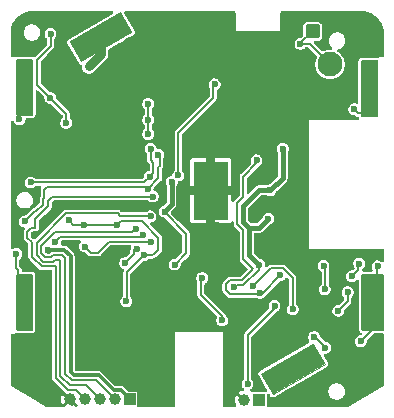
<source format=gbr>
%TF.GenerationSoftware,KiCad,Pcbnew,9.0.6*%
%TF.CreationDate,2025-12-17T14:25:04-08:00*%
%TF.ProjectId,digi_watch,64696769-5f77-4617-9463-682e6b696361,rev?*%
%TF.SameCoordinates,Original*%
%TF.FileFunction,Copper,L2,Bot*%
%TF.FilePolarity,Positive*%
%FSLAX46Y46*%
G04 Gerber Fmt 4.6, Leading zero omitted, Abs format (unit mm)*
G04 Created by KiCad (PCBNEW 9.0.6) date 2025-12-17 14:25:04*
%MOMM*%
%LPD*%
G01*
G04 APERTURE LIST*
G04 Aperture macros list*
%AMRoundRect*
0 Rectangle with rounded corners*
0 $1 Rounding radius*
0 $2 $3 $4 $5 $6 $7 $8 $9 X,Y pos of 4 corners*
0 Add a 4 corners polygon primitive as box body*
4,1,4,$2,$3,$4,$5,$6,$7,$8,$9,$2,$3,0*
0 Add four circle primitives for the rounded corners*
1,1,$1+$1,$2,$3*
1,1,$1+$1,$4,$5*
1,1,$1+$1,$6,$7*
1,1,$1+$1,$8,$9*
0 Add four rect primitives between the rounded corners*
20,1,$1+$1,$2,$3,$4,$5,0*
20,1,$1+$1,$4,$5,$6,$7,0*
20,1,$1+$1,$6,$7,$8,$9,0*
20,1,$1+$1,$8,$9,$2,$3,0*%
%AMFreePoly0*
4,1,5,2.500001,-1.000000,-2.500000,-0.999999,-2.500001,1.000000,2.500000,0.999999,2.500001,-1.000000,2.500001,-1.000000,$1*%
G04 Aperture macros list end*
%TA.AperFunction,EtchedComponent*%
%ADD10C,0.100000*%
%TD*%
%TA.AperFunction,SMDPad,CuDef*%
%ADD11C,2.100000*%
%TD*%
%TA.AperFunction,ComponentPad*%
%ADD12R,1.000000X1.000000*%
%TD*%
%TA.AperFunction,ComponentPad*%
%ADD13C,1.000000*%
%TD*%
%TA.AperFunction,SMDPad,CuDef*%
%ADD14FreePoly0,210.000000*%
%TD*%
%TA.AperFunction,SMDPad,CuDef*%
%ADD15R,3.000000X5.000000*%
%TD*%
%TA.AperFunction,SMDPad,CuDef*%
%ADD16RoundRect,0.180000X0.420000X0.420000X-0.420000X0.420000X-0.420000X-0.420000X0.420000X-0.420000X0*%
%TD*%
%TA.AperFunction,ViaPad*%
%ADD17C,0.600000*%
%TD*%
%TA.AperFunction,Conductor*%
%ADD18C,0.200000*%
%TD*%
%TA.AperFunction,Conductor*%
%ADD19C,0.300000*%
%TD*%
%TA.AperFunction,Conductor*%
%ADD20C,0.400000*%
%TD*%
%TA.AperFunction,Conductor*%
%ADD21C,0.800000*%
%TD*%
G04 APERTURE END LIST*
D10*
%TO.C,BT1*%
X138826140Y-110093373D02*
X134426140Y-112643373D01*
X133426140Y-110893373D01*
X137826140Y-108343373D01*
X138826140Y-110093373D01*
%TA.AperFunction,EtchedComponent*%
G36*
X138826140Y-110093373D02*
G01*
X134426140Y-112643373D01*
X133426140Y-110893373D01*
X137826140Y-108343373D01*
X138826140Y-110093373D01*
G37*
%TD.AperFunction*%
%TD*%
D11*
%TO.P,Y4,1,1*%
%TO.N,Net-(Q5-D)*%
X139250000Y-84700000D03*
%TD*%
D12*
%TO.P,J7,1,Pin_1*%
%TO.N,LED+*%
X133200000Y-113100000D03*
D13*
%TO.P,J7,2,Pin_2*%
%TO.N,GND*%
X131930000Y-113100000D03*
%TD*%
D14*
%TO.P,BT1,1,+*%
%TO.N,VBAT*%
X119850000Y-82400000D03*
D15*
%TO.P,BT1,2,-*%
%TO.N,GND*%
X129150000Y-95400000D03*
%TD*%
D16*
%TO.P,L3,1,1*%
%TO.N,Net-(Q5-D)*%
X137775000Y-81900000D03*
%TO.P,L3,2,2*%
%TO.N,GND*%
X142275000Y-81900000D03*
%TD*%
D12*
%TO.P,J2,1,Pin_1*%
%TO.N,3V3*%
X122310000Y-113050000D03*
D13*
%TO.P,J2,2,Pin_2*%
%TO.N,SWO*%
X121040000Y-113050000D03*
%TO.P,J2,3,Pin_3*%
%TO.N,SWCLK*%
X119770000Y-113050000D03*
%TO.P,J2,4,Pin_4*%
%TO.N,SWDIO*%
X118500000Y-113050000D03*
%TO.P,J2,5,Pin_5*%
%TO.N,GND*%
X117230000Y-113050000D03*
%TD*%
D17*
%TO.N,GND*%
X120050000Y-89200000D03*
X116500000Y-85212500D03*
X115188328Y-102600000D03*
X137000000Y-92600000D03*
%TO.N,LCD_EXTMODE*%
X138800000Y-103750000D03*
X138700000Y-101747000D03*
%TO.N,Net-(U4-PH3)*%
X128424000Y-102800000D03*
X130108423Y-106367874D03*
%TO.N,BTN_TOP_L*%
X113900000Y-94700000D03*
X124069557Y-91860586D03*
X124000000Y-94200000D03*
X112944731Y-89350000D03*
%TO.N,WKUP*%
X135024265Y-102575735D03*
X137898249Y-107798120D03*
X133025735Y-92825735D03*
X123850000Y-88050000D03*
X123850000Y-90600000D03*
X133336881Y-104040009D03*
X123850000Y-89400000D03*
X138854516Y-108694013D03*
%TO.N,QSPI_NCS*%
X134550000Y-105150000D03*
X132265000Y-111768852D03*
%TO.N,BTN_BOT_L*%
X112700000Y-100750000D03*
X123798070Y-95223011D03*
X124714217Y-92334313D03*
X113400000Y-98000000D03*
%TO.N,BTN_TOP_R*%
X141300000Y-88500000D03*
%TO.N,PIEZO*%
X129476025Y-86393975D03*
X126400000Y-94100000D03*
%TO.N,3V3*%
X125834313Y-94665687D03*
X134200000Y-95350000D03*
X134027486Y-97758269D03*
X126100000Y-101650000D03*
X115400000Y-100400000D03*
X135250735Y-91848000D03*
X133236027Y-101675000D03*
X131080148Y-103575832D03*
X125238235Y-97163235D03*
%TO.N,LED_OUT*%
X136100000Y-105450000D03*
X132700000Y-103487797D03*
%TO.N,SPI1_MOSI*%
X141710330Y-101570043D03*
X141100000Y-102650000D03*
%TO.N,LCD_VCOM*%
X139950735Y-105549265D03*
X140750000Y-103993426D03*
%TO.N,SWDIO*%
X124251901Y-95894407D03*
%TO.N,I2C1_SDA*%
X123465687Y-100865687D03*
X122000000Y-104750000D03*
X118450000Y-98282165D03*
X117133917Y-97916083D03*
X121250000Y-98282165D03*
%TO.N,I2C1_SCL*%
X121900000Y-101525000D03*
X122900000Y-100300000D03*
%TO.N,SWCLK*%
X124050000Y-97560000D03*
%TO.N,SWO*%
X122800000Y-98601000D03*
%TO.N,Net-(U1-VOC_SAMP)*%
X115585061Y-82128972D03*
X115539281Y-87520540D03*
X116900000Y-89650055D03*
%TO.N,BTN_BOT_R*%
X143267798Y-101807024D03*
X141850000Y-108150000D03*
%TO.N,VBAT*%
X118826000Y-84875000D03*
%TO.N,GPS_DISABLE*%
X124108340Y-99748000D03*
X118500000Y-100129346D03*
%TO.N,GPS_BKUP_DISABLE*%
X123440628Y-99172752D03*
X116000000Y-99700000D03*
%TO.N,GND*%
X128500000Y-89600000D03*
X118000000Y-107050000D03*
X130625000Y-112050000D03*
X135440000Y-96161082D03*
X121750000Y-109200000D03*
X131351841Y-105345452D03*
X136500000Y-90700000D03*
X137600000Y-80700000D03*
X139200000Y-105000000D03*
X125700000Y-113300000D03*
X127350000Y-106800000D03*
X122050000Y-88750000D03*
X137150000Y-98950000D03*
X118550000Y-92500000D03*
X125600000Y-108600000D03*
X131100000Y-88200000D03*
X124550000Y-101350000D03*
X124300000Y-113300000D03*
X120500000Y-85800000D03*
X123100000Y-82200000D03*
X130538682Y-107375318D03*
X116100000Y-92450000D03*
X130564000Y-109750000D03*
X121755622Y-96940413D03*
X134105515Y-94055515D03*
X121900000Y-110900000D03*
X133823631Y-104814753D03*
X124800000Y-108600000D03*
X112900000Y-83500000D03*
X125600000Y-106800000D03*
X133600000Y-90700000D03*
X114950000Y-90600000D03*
X125700000Y-112200000D03*
X125627111Y-82259780D03*
X112700000Y-99600000D03*
X119300000Y-92400000D03*
X115463235Y-85936765D03*
X113552184Y-101383809D03*
X128900000Y-90925000D03*
X114216144Y-99135384D03*
X136115490Y-99684510D03*
X126900000Y-84100000D03*
X115750000Y-90500000D03*
X131380000Y-92550000D03*
X122907523Y-93391006D03*
X115425000Y-104700000D03*
X118500000Y-102600000D03*
X120500000Y-92500000D03*
X120300000Y-101600000D03*
X137700000Y-113300000D03*
X117650000Y-96500000D03*
X124600000Y-85300000D03*
X130700000Y-113200000D03*
X114249000Y-83500000D03*
X130550000Y-108550000D03*
X114900000Y-92500000D03*
X115300000Y-107100000D03*
X142100000Y-112300000D03*
X136100000Y-112600000D03*
X128550000Y-100050000D03*
X118000000Y-110150000D03*
X137100000Y-95200000D03*
X129700000Y-98300000D03*
X141600000Y-109300000D03*
X140300000Y-87800000D03*
X127700000Y-104746836D03*
X125910188Y-104313729D03*
X137400000Y-103700000D03*
X139850000Y-107950000D03*
X141480000Y-83850000D03*
X125750000Y-92400000D03*
X119773600Y-96500000D03*
X112800000Y-94700000D03*
X127100000Y-88300000D03*
X115300000Y-111100000D03*
X118000000Y-105100000D03*
X137800000Y-106800000D03*
X123535500Y-96750000D03*
X114600000Y-112800000D03*
X138850000Y-110900000D03*
X141200000Y-106800000D03*
X130400000Y-80750000D03*
%TO.N,Net-(Q5-D)*%
X136742500Y-82967500D03*
%TD*%
D18*
%TO.N,Net-(Q5-D)*%
X136742500Y-82967500D02*
X137517500Y-82967500D01*
X137517500Y-82967500D02*
X139250000Y-84700000D01*
%TO.N,LCD_EXTMODE*%
X138850000Y-103700000D02*
X138800000Y-103750000D01*
X138700000Y-101747000D02*
X138850000Y-101897000D01*
X138850000Y-101897000D02*
X138850000Y-103700000D01*
%TO.N,Net-(U4-PH3)*%
X130108423Y-106367874D02*
X130108423Y-106000746D01*
X130108423Y-106000746D02*
X128310519Y-104202842D01*
X128310519Y-104202842D02*
X128310519Y-102913481D01*
X128310519Y-102913481D02*
X128424000Y-102800000D01*
%TO.N,BTN_TOP_L*%
X124300000Y-93900000D02*
X124000000Y-94200000D01*
X113900000Y-94700000D02*
X123500000Y-94700000D01*
X124069557Y-91860586D02*
X124069557Y-92821027D01*
X123500000Y-94700000D02*
X124000000Y-94200000D01*
X124069557Y-92821027D02*
X124300000Y-93051470D01*
X112944731Y-89105269D02*
X113000000Y-89050000D01*
X113000000Y-89050000D02*
X113000000Y-88450000D01*
X124300000Y-93051470D02*
X124300000Y-93900000D01*
X113000000Y-88450000D02*
X113100000Y-88350000D01*
X112944731Y-89350000D02*
X112944731Y-89105269D01*
%TO.N,WKUP*%
X130436877Y-103327889D02*
X130788934Y-102975832D01*
X131900000Y-95932900D02*
X131900000Y-94200000D01*
X138854516Y-108654516D02*
X137998120Y-107798120D01*
X130788934Y-104177832D02*
X130436877Y-103825775D01*
X131900000Y-101167100D02*
X131899000Y-101166100D01*
X133199058Y-104177832D02*
X130788934Y-104177832D01*
X130788934Y-102975832D02*
X131796338Y-102975832D01*
X132741627Y-102030543D02*
X131899000Y-101187916D01*
X131400000Y-96432900D02*
X131900000Y-95932900D01*
X133559991Y-104040009D02*
X135024265Y-102575735D01*
X131899000Y-101187916D02*
X131899000Y-101166100D01*
X133336881Y-104040009D02*
X133559991Y-104040009D01*
X123850000Y-88050000D02*
X123850000Y-89400000D01*
X131400000Y-98250000D02*
X131400000Y-96432900D01*
X137998120Y-107798120D02*
X137898249Y-107798120D01*
X138854516Y-108694013D02*
X138854516Y-108654516D01*
X133336881Y-104040009D02*
X133199058Y-104177832D01*
X131899000Y-101166100D02*
X131899000Y-98749000D01*
X123850000Y-90600000D02*
X123850000Y-89400000D01*
X131899000Y-98749000D02*
X131400000Y-98250000D01*
X131900000Y-94200000D02*
X133100000Y-93000000D01*
X133100000Y-93000000D02*
X133100000Y-92900000D01*
X131796338Y-102975832D02*
X132741627Y-102030543D01*
X130436877Y-103825775D02*
X130436877Y-103327889D01*
X133100000Y-92900000D02*
X133025735Y-92825735D01*
%TO.N,QSPI_NCS*%
X132265000Y-111768852D02*
X132265000Y-107635000D01*
X134550000Y-105350000D02*
X134550000Y-105150000D01*
X132265000Y-107635000D02*
X134550000Y-105350000D01*
%TO.N,BTN_BOT_L*%
X115321104Y-95100000D02*
X123675059Y-95100000D01*
X112850000Y-102150000D02*
X112850000Y-102700000D01*
X112650000Y-101950000D02*
X112850000Y-102150000D01*
X124828930Y-93271070D02*
X124700000Y-93400000D01*
X112700000Y-100750000D02*
X112650000Y-100800000D01*
X124828930Y-92449026D02*
X124828930Y-93271070D01*
X124700000Y-93400000D02*
X124700000Y-94349943D01*
X115050000Y-95997503D02*
X115050000Y-95371104D01*
X123826932Y-95223011D02*
X123798070Y-95223011D01*
X114249265Y-97150735D02*
X113400000Y-98000000D01*
X114382165Y-97150735D02*
X114249265Y-97150735D01*
X115050000Y-95371104D02*
X115321104Y-95100000D01*
X112650000Y-100800000D02*
X112650000Y-101950000D01*
X123675059Y-95100000D02*
X123798070Y-95223011D01*
X124714217Y-92334313D02*
X124828930Y-92449026D01*
X124700000Y-94349943D02*
X123826932Y-95223011D01*
X114964543Y-96568357D02*
X114964543Y-96082960D01*
X114964543Y-96082960D02*
X115050000Y-95997503D01*
X114382165Y-97150735D02*
X114964543Y-96568357D01*
%TO.N,BTN_TOP_R*%
X141650000Y-88850000D02*
X142000000Y-88850000D01*
X141300000Y-88500000D02*
X141650000Y-88850000D01*
%TO.N,PIEZO*%
X129476025Y-86393975D02*
X129350000Y-86520000D01*
X126400000Y-90500000D02*
X126400000Y-94100000D01*
X129350000Y-87550000D02*
X126400000Y-90500000D01*
X129350000Y-86520000D02*
X129350000Y-87550000D01*
D19*
%TO.N,3V3*%
X120949000Y-112299000D02*
X121559000Y-112299000D01*
D20*
X133236027Y-101675000D02*
X132400000Y-100838973D01*
D18*
X125238235Y-97163235D02*
X125238235Y-97213235D01*
D19*
X119650000Y-111000000D02*
X120949000Y-112299000D01*
D18*
X131330675Y-103420000D02*
X131919270Y-103420000D01*
X131919270Y-103420000D02*
X133236027Y-102103243D01*
D19*
X117278000Y-100940190D02*
X117278000Y-110728000D01*
D20*
X134200000Y-95350000D02*
X133250000Y-95350000D01*
X132400000Y-100838973D02*
X132400000Y-98541480D01*
X133244275Y-98541480D02*
X134027486Y-97758269D01*
D18*
X127050000Y-100700000D02*
X126100000Y-101650000D01*
D20*
X125238235Y-97158769D02*
X125834313Y-96562691D01*
D18*
X125238235Y-97213235D02*
X127050000Y-99025000D01*
D20*
X133250000Y-95350000D02*
X131901000Y-96699000D01*
X135250735Y-91848000D02*
X135250735Y-94299265D01*
D18*
X125123810Y-97277660D02*
X125081767Y-97277660D01*
X127050000Y-99025000D02*
X127050000Y-100700000D01*
D19*
X115612133Y-100400000D02*
X116737810Y-100400000D01*
D20*
X131901000Y-98042480D02*
X132400000Y-98541480D01*
D18*
X131180541Y-103456544D02*
X131294131Y-103456544D01*
D20*
X131901000Y-96699000D02*
X131901000Y-98042480D01*
D19*
X115400000Y-100550000D02*
X115462133Y-100550000D01*
X116737810Y-100400000D02*
X117278000Y-100940190D01*
D18*
X133236027Y-102103243D02*
X133236027Y-101675000D01*
X131080148Y-103556937D02*
X131180541Y-103456544D01*
D20*
X135250735Y-94299265D02*
X134200000Y-95350000D01*
D19*
X115400000Y-100400000D02*
X115400000Y-100550000D01*
X115462133Y-100550000D02*
X115612133Y-100400000D01*
D20*
X132400000Y-98541480D02*
X133244275Y-98541480D01*
D18*
X125238235Y-97163235D02*
X125123810Y-97277660D01*
D19*
X117278000Y-110728000D02*
X117550000Y-111000000D01*
X117550000Y-111000000D02*
X119650000Y-111000000D01*
D18*
X131294131Y-103456544D02*
X131330675Y-103420000D01*
D19*
X121559000Y-112299000D02*
X122310000Y-113050000D01*
D20*
X125238235Y-97163235D02*
X125238235Y-97158769D01*
D18*
X131080148Y-103575832D02*
X131080148Y-103556937D01*
X133161027Y-101600000D02*
X133236027Y-101675000D01*
D20*
X125834313Y-96562691D02*
X125834313Y-94665687D01*
D18*
%TO.N,LED_OUT*%
X135273208Y-101974735D02*
X136100000Y-102801527D01*
X136100000Y-102801527D02*
X136100000Y-105450000D01*
X134213062Y-101974735D02*
X135273208Y-101974735D01*
X132700000Y-103487797D02*
X134213062Y-101974735D01*
%TO.N,SPI1_MOSI*%
X141710330Y-101570043D02*
X141650000Y-101630373D01*
X141650000Y-102100000D02*
X141100000Y-102650000D01*
X141650000Y-101630373D02*
X141650000Y-102100000D01*
%TO.N,LCD_VCOM*%
X140750000Y-104750000D02*
X140750000Y-103993426D01*
X139950735Y-105549265D02*
X140750000Y-104750000D01*
%TO.N,SWDIO*%
X113615144Y-99384327D02*
X113997000Y-99766183D01*
X114300000Y-98534384D02*
X113967201Y-98534384D01*
X124251901Y-95894407D02*
X116205593Y-95894407D01*
X113997000Y-100981143D02*
X114818857Y-101803000D01*
X115365543Y-96734457D02*
X114300000Y-97800000D01*
X117703000Y-112253000D02*
X118500000Y-113050000D01*
X115981143Y-101803000D02*
X116025000Y-101759143D01*
X113615144Y-98886441D02*
X113615144Y-99384327D01*
X115365543Y-96249060D02*
X115365543Y-96734457D01*
X115717600Y-95897003D02*
X115365543Y-96249060D01*
X116205593Y-95894407D02*
X116202997Y-95897003D01*
X117030990Y-112253000D02*
X117703000Y-112253000D01*
X116202997Y-95897003D02*
X115717600Y-95897003D01*
X113997000Y-99766183D02*
X113997000Y-100981143D01*
X116025000Y-111247010D02*
X117030990Y-112253000D01*
X113967201Y-98534384D02*
X113615144Y-98886441D01*
X116025000Y-101759143D02*
X116025000Y-111247010D01*
X114818857Y-101803000D02*
X115981143Y-101803000D01*
X114300000Y-97800000D02*
X114300000Y-98534384D01*
%TO.N,I2C1_SDA*%
X122050000Y-104700000D02*
X122050000Y-102281374D01*
X118450000Y-98300000D02*
X118450000Y-98282165D01*
X124184370Y-100865687D02*
X124301057Y-100749000D01*
X123347030Y-98000000D02*
X121532165Y-98000000D01*
X124351000Y-100749000D02*
X124710190Y-100389810D01*
X123465687Y-100865687D02*
X124184370Y-100865687D01*
X124301057Y-100749000D02*
X124351000Y-100749000D01*
X117133917Y-97916083D02*
X117517835Y-98300000D01*
X122000000Y-104750000D02*
X122050000Y-104700000D01*
X124710190Y-99363160D02*
X123347030Y-98000000D01*
X121250000Y-98282165D02*
X118450000Y-98282165D01*
X124710190Y-100389810D02*
X124710190Y-99363160D01*
X122050000Y-102281374D02*
X123465687Y-100865687D01*
X121532165Y-98000000D02*
X121250000Y-98282165D01*
X117517835Y-98300000D02*
X118450000Y-98300000D01*
%TO.N,I2C1_SCL*%
X122776806Y-100300000D02*
X122900000Y-100300000D01*
X122650000Y-100775000D02*
X122650000Y-100426806D01*
X121900000Y-101525000D02*
X122650000Y-100775000D01*
X122650000Y-100426806D02*
X122776806Y-100300000D01*
%TO.N,SWCLK*%
X114398000Y-99802057D02*
X114398000Y-100815043D01*
X116397000Y-101264100D02*
X116397000Y-101272564D01*
X124050000Y-97560000D02*
X124031413Y-97541413D01*
X115815043Y-101402000D02*
X115965043Y-101252000D01*
X116426000Y-111080910D02*
X117197090Y-111852000D01*
X116384900Y-101252000D02*
X116397000Y-101264100D01*
X116426000Y-101301564D02*
X116426000Y-111080910D01*
X116397000Y-101272564D02*
X116426000Y-101301564D01*
X114398000Y-100815043D02*
X114984957Y-101402000D01*
X116884974Y-97315083D02*
X114398000Y-99802057D01*
X117197090Y-111852000D02*
X118572000Y-111852000D01*
X121280349Y-97315083D02*
X116884974Y-97315083D01*
X118572000Y-111852000D02*
X119770000Y-113050000D01*
X115965043Y-101252000D02*
X116384900Y-101252000D01*
X114984957Y-101402000D02*
X115815043Y-101402000D01*
X124031413Y-97541413D02*
X121506679Y-97541413D01*
X121506679Y-97541413D02*
X121280349Y-97315083D01*
%TO.N,SWO*%
X122800000Y-98601000D02*
X122518835Y-98882165D01*
X116551000Y-100851000D02*
X115798943Y-100851000D01*
X122518835Y-98882165D02*
X115967892Y-98882165D01*
X115151057Y-101001000D02*
X114799000Y-100648943D01*
X117363190Y-111451000D02*
X116827000Y-110914810D01*
X114799000Y-100051057D02*
X115967892Y-98882165D01*
X119441000Y-111451000D02*
X117363190Y-111451000D01*
X121040000Y-113050000D02*
X119441000Y-111451000D01*
X116827000Y-101127000D02*
X116551000Y-100851000D01*
X116827000Y-110914810D02*
X116827000Y-101127000D01*
X115798943Y-100851000D02*
X115648943Y-101001000D01*
X114799000Y-100648943D02*
X114799000Y-100051057D01*
X115648943Y-101001000D02*
X115151057Y-101001000D01*
%TO.N,Net-(U1-VOC_SAMP)*%
X115540540Y-87520540D02*
X116900000Y-88880000D01*
X114450000Y-86431259D02*
X114450000Y-84299943D01*
X115585061Y-83164882D02*
X115585061Y-82128972D01*
X115539281Y-87520540D02*
X115540540Y-87520540D01*
X116900000Y-88880000D02*
X116900000Y-89650055D01*
X115539281Y-87520540D02*
X114450000Y-86431259D01*
X114450000Y-84299943D02*
X115585061Y-83164882D01*
%TO.N,BTN_BOT_R*%
X143200573Y-101874249D02*
X143200573Y-102449427D01*
X143200573Y-102449427D02*
X143150000Y-102500000D01*
X142900000Y-107100000D02*
X142950000Y-107100000D01*
X141850000Y-108150000D02*
X142900000Y-107100000D01*
X143267798Y-101807024D02*
X143200573Y-101874249D01*
D21*
%TO.N,VBAT*%
X119850000Y-83851000D02*
X118826000Y-84875000D01*
X119850000Y-82400000D02*
X119850000Y-83851000D01*
D18*
%TO.N,GPS_DISABLE*%
X118500000Y-100129346D02*
X119020654Y-100650000D01*
X123116933Y-99699000D02*
X123191685Y-99773752D01*
X123191685Y-99773752D02*
X123947541Y-99773752D01*
X123947541Y-99773752D02*
X123973293Y-99748000D01*
X119020654Y-100650000D02*
X119600000Y-100650000D01*
X120551000Y-99699000D02*
X123116933Y-99699000D01*
X119600000Y-100650000D02*
X120551000Y-99699000D01*
X123973293Y-99748000D02*
X124108340Y-99748000D01*
%TO.N,GPS_BKUP_DISABLE*%
X116416835Y-99283165D02*
X123330215Y-99283165D01*
X123440628Y-99172752D02*
X123440628Y-99057898D01*
X123330215Y-99283165D02*
X123440628Y-99172752D01*
X116000000Y-99700000D02*
X116416835Y-99283165D01*
%TO.N,GND*%
X114230760Y-99150000D02*
X114216144Y-99135384D01*
X117512500Y-113437500D02*
X117400000Y-113550000D01*
X114300000Y-99150000D02*
X114230760Y-99150000D01*
%TO.N,Net-(Q5-D)*%
X136742500Y-82967500D02*
X136742500Y-82932500D01*
X136742500Y-82932500D02*
X137775000Y-81900000D01*
%TD*%
%TA.AperFunction,Conductor*%
%TO.N,GND*%
G36*
X113750000Y-111919576D02*
G01*
X112257359Y-111919576D01*
X112213216Y-111871469D01*
X112200500Y-111816770D01*
X112200500Y-108169576D01*
X113750000Y-108169576D01*
X113750000Y-111919576D01*
G37*
%TD.AperFunction*%
%TD*%
%TA.AperFunction,Conductor*%
%TO.N,GND*%
G36*
X143750000Y-111915258D02*
G01*
X143607277Y-112000000D01*
X142200000Y-112000000D01*
X142200000Y-108507814D01*
X142250500Y-108457314D01*
X142316392Y-108343186D01*
X142341361Y-108250000D01*
X143750000Y-108250000D01*
X143750000Y-111915258D01*
G37*
%TD.AperFunction*%
%TD*%
%TA.AperFunction,Conductor*%
%TO.N,BTN_TOP_R*%
G36*
X143292539Y-84359817D02*
G01*
X143338294Y-84412621D01*
X143349500Y-84464132D01*
X143349500Y-89016132D01*
X143329815Y-89083171D01*
X143277011Y-89128926D01*
X143225500Y-89140132D01*
X141974000Y-89140132D01*
X141906961Y-89120447D01*
X141861206Y-89067643D01*
X141850000Y-89016132D01*
X141850000Y-84464132D01*
X141869685Y-84397093D01*
X141922489Y-84351338D01*
X141974000Y-84340132D01*
X143225500Y-84340132D01*
X143292539Y-84359817D01*
G37*
%TD.AperFunction*%
%TD*%
%TA.AperFunction,Conductor*%
%TO.N,BTN_BOT_R*%
G36*
X143742539Y-102469462D02*
G01*
X143788294Y-102522266D01*
X143799500Y-102573777D01*
X143799500Y-107125777D01*
X143779815Y-107192816D01*
X143727011Y-107238571D01*
X143675500Y-107249777D01*
X142027112Y-107249777D01*
X141960073Y-107230092D01*
X141914318Y-107177288D01*
X141903112Y-107125777D01*
X141903112Y-102573777D01*
X141922797Y-102506738D01*
X141975601Y-102460983D01*
X142027112Y-102449777D01*
X143675500Y-102449777D01*
X143742539Y-102469462D01*
G37*
%TD.AperFunction*%
%TD*%
%TA.AperFunction,Conductor*%
%TO.N,GND*%
G36*
X120852912Y-80220185D02*
G01*
X120898667Y-80272989D01*
X120908611Y-80342147D01*
X120879586Y-80405703D01*
X120847873Y-80431887D01*
X117082196Y-82606000D01*
X117082194Y-82606001D01*
X117045159Y-82633333D01*
X116993640Y-82708896D01*
X116980010Y-82799332D01*
X117006966Y-82886722D01*
X118006965Y-84618772D01*
X118006968Y-84618776D01*
X118034292Y-84655798D01*
X118034297Y-84655803D01*
X118109854Y-84707318D01*
X118109855Y-84707318D01*
X118109858Y-84707320D01*
X118119979Y-84708845D01*
X118183334Y-84738298D01*
X118220710Y-84797331D01*
X118225499Y-84831460D01*
X118225499Y-84954054D01*
X118225498Y-84954054D01*
X118225499Y-84954057D01*
X118266423Y-85106785D01*
X118345481Y-85243716D01*
X118457284Y-85355519D01*
X118594215Y-85434577D01*
X118746943Y-85475501D01*
X118746946Y-85475501D01*
X118905054Y-85475501D01*
X118905057Y-85475501D01*
X119057785Y-85434577D01*
X119194716Y-85355519D01*
X120330520Y-84219716D01*
X120409577Y-84082784D01*
X120450501Y-83930057D01*
X120450501Y-83771942D01*
X120450501Y-83764347D01*
X120450500Y-83764329D01*
X120450500Y-83516883D01*
X120470185Y-83449844D01*
X120512499Y-83409496D01*
X121373876Y-82912181D01*
X121392189Y-82901608D01*
X136242000Y-82901608D01*
X136242000Y-83033391D01*
X136276108Y-83160687D01*
X136301371Y-83204443D01*
X136342000Y-83274814D01*
X136435186Y-83368000D01*
X136549314Y-83433892D01*
X136676608Y-83468000D01*
X136676610Y-83468000D01*
X136808390Y-83468000D01*
X136808392Y-83468000D01*
X136935686Y-83433892D01*
X137049814Y-83368000D01*
X137113495Y-83304319D01*
X137140422Y-83289615D01*
X137166241Y-83273023D01*
X137172441Y-83272131D01*
X137174818Y-83270834D01*
X137201176Y-83268000D01*
X137341667Y-83268000D01*
X137408706Y-83287685D01*
X137429348Y-83304319D01*
X138113108Y-83988079D01*
X138146593Y-84049402D01*
X138141609Y-84119094D01*
X138135912Y-84132054D01*
X138091118Y-84219967D01*
X138030290Y-84407173D01*
X137999500Y-84601577D01*
X137999500Y-84798422D01*
X138030290Y-84992826D01*
X138091117Y-85180029D01*
X138180476Y-85355405D01*
X138296172Y-85514646D01*
X138435354Y-85653828D01*
X138594595Y-85769524D01*
X138677455Y-85811743D01*
X138769970Y-85858882D01*
X138769972Y-85858882D01*
X138769975Y-85858884D01*
X138870317Y-85891487D01*
X138957173Y-85919709D01*
X139151578Y-85950500D01*
X139151583Y-85950500D01*
X139348422Y-85950500D01*
X139542826Y-85919709D01*
X139623565Y-85893475D01*
X139730025Y-85858884D01*
X139905405Y-85769524D01*
X140064646Y-85653828D01*
X140203828Y-85514646D01*
X140319524Y-85355405D01*
X140408884Y-85180025D01*
X140469709Y-84992826D01*
X140495267Y-84831460D01*
X140500500Y-84798422D01*
X140500500Y-84601577D01*
X140469709Y-84407173D01*
X140421687Y-84259378D01*
X140408884Y-84219975D01*
X140408882Y-84219972D01*
X140408882Y-84219970D01*
X140341819Y-84088352D01*
X140319524Y-84044595D01*
X140203828Y-83885354D01*
X140064646Y-83746172D01*
X139905405Y-83630476D01*
X139905404Y-83630475D01*
X139905402Y-83630474D01*
X139903204Y-83629354D01*
X139902518Y-83628706D01*
X139901253Y-83627931D01*
X139901415Y-83627665D01*
X139852410Y-83581379D01*
X139835616Y-83513557D01*
X139858155Y-83447423D01*
X139912871Y-83403973D01*
X139935309Y-83397254D01*
X140054328Y-83373580D01*
X140181811Y-83320775D01*
X140296542Y-83244114D01*
X140394114Y-83146542D01*
X140470775Y-83031811D01*
X140523580Y-82904328D01*
X140544465Y-82799332D01*
X140550500Y-82768995D01*
X140550500Y-82631004D01*
X140523581Y-82495677D01*
X140523580Y-82495676D01*
X140523580Y-82495672D01*
X140503230Y-82446542D01*
X140470778Y-82368195D01*
X140470771Y-82368182D01*
X140394114Y-82253458D01*
X140394111Y-82253454D01*
X140296545Y-82155888D01*
X140296541Y-82155885D01*
X140181817Y-82079228D01*
X140181804Y-82079221D01*
X140054332Y-82026421D01*
X140054322Y-82026418D01*
X139918995Y-81999500D01*
X139918993Y-81999500D01*
X139781007Y-81999500D01*
X139781005Y-81999500D01*
X139645677Y-82026418D01*
X139645667Y-82026421D01*
X139518195Y-82079221D01*
X139518182Y-82079228D01*
X139403458Y-82155885D01*
X139403454Y-82155888D01*
X139305888Y-82253454D01*
X139305885Y-82253458D01*
X139229228Y-82368182D01*
X139229221Y-82368195D01*
X139176421Y-82495667D01*
X139176418Y-82495677D01*
X139149500Y-82631004D01*
X139149500Y-82631007D01*
X139149500Y-82768993D01*
X139149500Y-82768995D01*
X139149499Y-82768995D01*
X139176418Y-82904322D01*
X139176421Y-82904332D01*
X139229221Y-83031804D01*
X139229228Y-83031817D01*
X139305885Y-83146541D01*
X139305888Y-83146545D01*
X139397162Y-83237819D01*
X139430647Y-83299142D01*
X139425663Y-83368834D01*
X139383791Y-83424767D01*
X139318327Y-83449184D01*
X139309481Y-83449500D01*
X139151578Y-83449500D01*
X138957173Y-83480290D01*
X138769967Y-83541118D01*
X138682054Y-83585912D01*
X138613384Y-83598808D01*
X138548644Y-83572531D01*
X138538079Y-83563108D01*
X137887152Y-82912181D01*
X137853667Y-82850858D01*
X137858651Y-82781166D01*
X137900523Y-82725233D01*
X137965987Y-82700816D01*
X137974833Y-82700500D01*
X138231104Y-82700500D01*
X138231110Y-82700500D01*
X138305072Y-82689724D01*
X138419157Y-82633951D01*
X138508951Y-82544157D01*
X138564724Y-82430072D01*
X138575500Y-82356110D01*
X138575500Y-81443890D01*
X138564724Y-81369928D01*
X138532528Y-81304071D01*
X138508950Y-81255841D01*
X138419158Y-81166049D01*
X138305074Y-81110276D01*
X138286286Y-81107539D01*
X138231110Y-81099500D01*
X137318890Y-81099500D01*
X137269582Y-81106684D01*
X137244925Y-81110276D01*
X137130841Y-81166049D01*
X137041049Y-81255841D01*
X136985276Y-81369925D01*
X136985276Y-81369928D01*
X136974500Y-81443890D01*
X136974500Y-81443895D01*
X136974500Y-82224167D01*
X136965855Y-82253607D01*
X136959332Y-82283594D01*
X136955577Y-82288609D01*
X136954815Y-82291206D01*
X136938181Y-82311848D01*
X136819348Y-82430681D01*
X136758025Y-82464166D01*
X136731667Y-82467000D01*
X136676608Y-82467000D01*
X136549312Y-82501108D01*
X136435186Y-82567000D01*
X136435183Y-82567002D01*
X136342002Y-82660183D01*
X136342000Y-82660186D01*
X136276108Y-82774312D01*
X136242000Y-82901608D01*
X121392189Y-82901608D01*
X121592265Y-82786094D01*
X122095282Y-82495677D01*
X122617814Y-82193993D01*
X122654840Y-82166667D01*
X122706359Y-82091103D01*
X122719989Y-82000668D01*
X122694122Y-81916809D01*
X122693033Y-81913277D01*
X122640135Y-81821655D01*
X121811546Y-80386499D01*
X121795074Y-80318600D01*
X121817927Y-80252573D01*
X121872848Y-80209382D01*
X121918934Y-80200500D01*
X131125500Y-80200500D01*
X131192539Y-80220185D01*
X131238294Y-80272989D01*
X131249500Y-80324500D01*
X131249500Y-81739882D01*
X131280024Y-81813574D01*
X131336426Y-81869976D01*
X131410118Y-81900500D01*
X131410120Y-81900500D01*
X134889880Y-81900500D01*
X134889882Y-81900500D01*
X134963574Y-81869976D01*
X135019976Y-81813574D01*
X135050500Y-81739882D01*
X135050500Y-80324500D01*
X135070185Y-80257461D01*
X135122989Y-80211706D01*
X135174500Y-80200500D01*
X141960118Y-80200500D01*
X141995933Y-80200500D01*
X142004043Y-80200765D01*
X142226790Y-80215364D01*
X142242848Y-80217479D01*
X142419277Y-80252573D01*
X142457771Y-80260230D01*
X142473438Y-80264428D01*
X142626569Y-80316409D01*
X142680944Y-80334867D01*
X142695921Y-80341070D01*
X142779801Y-80382435D01*
X141701889Y-80382435D01*
X141701889Y-83782435D01*
X143751889Y-83782435D01*
X143751889Y-81603158D01*
X143782518Y-81757140D01*
X143784636Y-81773221D01*
X143799235Y-81995956D01*
X143799500Y-82004066D01*
X143799500Y-83925500D01*
X143779815Y-83992539D01*
X143727011Y-84038294D01*
X143675500Y-84049500D01*
X143510116Y-84049500D01*
X143436425Y-84080024D01*
X143405066Y-84111383D01*
X143343743Y-84144868D01*
X143287959Y-84142877D01*
X143287737Y-84143900D01*
X143283415Y-84142960D01*
X143283401Y-84142958D01*
X143283398Y-84142957D01*
X143225500Y-84134632D01*
X141974000Y-84134632D01*
X141973992Y-84134632D01*
X141930313Y-84139329D01*
X141878825Y-84150529D01*
X141868627Y-84153022D01*
X141868624Y-84153023D01*
X141787916Y-84196031D01*
X141787913Y-84196033D01*
X141735104Y-84241792D01*
X141717160Y-84259374D01*
X141717154Y-84259381D01*
X141672511Y-84339191D01*
X141672509Y-84339196D01*
X141652826Y-84406228D01*
X141644500Y-84464135D01*
X141644500Y-87912552D01*
X141624815Y-87979591D01*
X141572011Y-88025346D01*
X141502853Y-88035290D01*
X141488407Y-88032327D01*
X141409606Y-88011213D01*
X141365892Y-87999500D01*
X141234108Y-87999500D01*
X141106812Y-88033608D01*
X140992686Y-88099500D01*
X140992683Y-88099502D01*
X140899502Y-88192683D01*
X140899500Y-88192686D01*
X140833608Y-88306812D01*
X140799500Y-88434108D01*
X140799500Y-88565891D01*
X140833608Y-88693187D01*
X140866554Y-88750250D01*
X140899500Y-88807314D01*
X140992686Y-88900500D01*
X141106814Y-88966392D01*
X141234108Y-89000500D01*
X141234110Y-89000500D01*
X141324167Y-89000500D01*
X141391206Y-89020185D01*
X141411848Y-89036819D01*
X141465489Y-89090460D01*
X141534012Y-89130022D01*
X141610438Y-89150500D01*
X141610446Y-89150500D01*
X141617876Y-89151479D01*
X141619008Y-89151281D01*
X141645050Y-89162226D01*
X141672154Y-89170185D01*
X141678400Y-89176243D01*
X141683420Y-89178353D01*
X141707336Y-89204308D01*
X141708366Y-89205808D01*
X141730087Y-89272216D01*
X141712458Y-89339825D01*
X141661075Y-89387170D01*
X141606145Y-89400000D01*
X137500000Y-89400000D01*
X137500000Y-100300000D01*
X143675500Y-100300000D01*
X143742539Y-100319685D01*
X143788294Y-100372489D01*
X143799500Y-100424000D01*
X143799500Y-101331550D01*
X143779815Y-101398589D01*
X143727011Y-101444344D01*
X143657853Y-101454288D01*
X143594297Y-101425263D01*
X143587819Y-101419231D01*
X143575114Y-101406526D01*
X143575112Y-101406524D01*
X143516054Y-101372427D01*
X143460985Y-101340632D01*
X143397337Y-101323578D01*
X143333690Y-101306524D01*
X143201906Y-101306524D01*
X143074610Y-101340632D01*
X142960484Y-101406524D01*
X142960481Y-101406526D01*
X142867300Y-101499707D01*
X142867298Y-101499710D01*
X142801406Y-101613836D01*
X142771102Y-101726936D01*
X142767298Y-101741132D01*
X142767298Y-101872916D01*
X142769824Y-101882344D01*
X142801406Y-102000211D01*
X142808479Y-102012461D01*
X142832644Y-102054316D01*
X142834931Y-102058276D01*
X142851404Y-102126176D01*
X142828552Y-102192203D01*
X142773631Y-102235394D01*
X142727544Y-102244277D01*
X142074500Y-102244277D01*
X142065814Y-102241726D01*
X142056853Y-102243015D01*
X142032812Y-102232036D01*
X142007461Y-102224592D01*
X142001533Y-102217751D01*
X141993297Y-102213990D01*
X141979007Y-102191755D01*
X141961706Y-102171788D01*
X141959418Y-102161273D01*
X141955523Y-102155212D01*
X141950500Y-102120277D01*
X141950500Y-102080900D01*
X141970185Y-102013861D01*
X142012502Y-101973512D01*
X142015079Y-101972023D01*
X142017644Y-101970543D01*
X142110830Y-101877357D01*
X142176722Y-101763229D01*
X142210830Y-101635935D01*
X142210830Y-101504151D01*
X142176722Y-101376857D01*
X142174165Y-101372429D01*
X142156993Y-101342686D01*
X142110830Y-101262729D01*
X142017644Y-101169543D01*
X141960580Y-101136597D01*
X141903517Y-101103651D01*
X141839869Y-101086597D01*
X141776222Y-101069543D01*
X141644438Y-101069543D01*
X141517142Y-101103651D01*
X141403016Y-101169543D01*
X141403013Y-101169545D01*
X141309832Y-101262726D01*
X141309830Y-101262729D01*
X141243938Y-101376855D01*
X141222514Y-101456812D01*
X141209830Y-101504151D01*
X141209830Y-101635935D01*
X141238017Y-101741132D01*
X141243939Y-101763231D01*
X141243939Y-101763232D01*
X141312709Y-101882344D01*
X141319275Y-101909408D01*
X141329006Y-101935498D01*
X141327397Y-101942890D01*
X141329182Y-101950244D01*
X141320072Y-101976564D01*
X141314154Y-102003771D01*
X141307648Y-102012461D01*
X141306330Y-102016271D01*
X141293003Y-102032025D01*
X141211847Y-102113181D01*
X141150524Y-102146666D01*
X141124166Y-102149500D01*
X141034108Y-102149500D01*
X140906812Y-102183608D01*
X140792686Y-102249500D01*
X140792683Y-102249502D01*
X140699502Y-102342683D01*
X140699500Y-102342686D01*
X140633608Y-102456812D01*
X140601537Y-102576507D01*
X140599500Y-102584108D01*
X140599500Y-102715892D01*
X140615450Y-102775420D01*
X140633608Y-102843187D01*
X140646717Y-102865892D01*
X140699500Y-102957314D01*
X140792686Y-103050500D01*
X140906814Y-103116392D01*
X141034108Y-103150500D01*
X141034110Y-103150500D01*
X141165890Y-103150500D01*
X141165892Y-103150500D01*
X141293186Y-103116392D01*
X141407314Y-103050500D01*
X141485931Y-102971883D01*
X141547254Y-102938398D01*
X141616946Y-102943382D01*
X141672879Y-102985254D01*
X141697296Y-103050718D01*
X141697612Y-103059564D01*
X141697612Y-107125784D01*
X141702309Y-107169463D01*
X141713509Y-107220951D01*
X141716002Y-107231149D01*
X141716003Y-107231152D01*
X141759011Y-107311860D01*
X141759013Y-107311863D01*
X141804772Y-107364672D01*
X141822354Y-107382616D01*
X141822358Y-107382620D01*
X141884323Y-107417281D01*
X141933220Y-107467187D01*
X141947374Y-107535608D01*
X141922291Y-107600820D01*
X141865933Y-107642118D01*
X141823787Y-107649500D01*
X141784108Y-107649500D01*
X141656812Y-107683608D01*
X141542686Y-107749500D01*
X141542683Y-107749502D01*
X141449502Y-107842683D01*
X141449500Y-107842686D01*
X141383608Y-107956812D01*
X141349500Y-108084108D01*
X141349500Y-108215891D01*
X141383608Y-108343187D01*
X141408730Y-108386699D01*
X141449500Y-108457314D01*
X141542686Y-108550500D01*
X141656814Y-108616392D01*
X141784108Y-108650500D01*
X141784110Y-108650500D01*
X141915890Y-108650500D01*
X141915892Y-108650500D01*
X142043186Y-108616392D01*
X142157314Y-108550500D01*
X142200000Y-108507814D01*
X142200000Y-112000000D01*
X143607277Y-112000000D01*
X140774229Y-113682122D01*
X140710922Y-113699500D01*
X134024500Y-113699500D01*
X133957461Y-113679815D01*
X133911706Y-113627011D01*
X133900500Y-113575500D01*
X133900500Y-112705408D01*
X133920185Y-112638369D01*
X133972989Y-112592614D01*
X134042147Y-112582670D01*
X134105703Y-112611695D01*
X134132161Y-112643885D01*
X134182407Y-112731817D01*
X134204337Y-112770193D01*
X134205079Y-112771484D01*
X134205084Y-112771491D01*
X134270933Y-112846329D01*
X134270934Y-112846329D01*
X134270935Y-112846330D01*
X134360418Y-112890275D01*
X134459906Y-112896632D01*
X134554254Y-112864432D01*
X135236577Y-112468995D01*
X139099499Y-112468995D01*
X139126418Y-112604322D01*
X139126421Y-112604332D01*
X139179221Y-112731804D01*
X139179228Y-112731817D01*
X139255885Y-112846541D01*
X139255888Y-112846545D01*
X139353454Y-112944111D01*
X139353458Y-112944114D01*
X139468182Y-113020771D01*
X139468195Y-113020778D01*
X139550685Y-113054946D01*
X139595672Y-113073580D01*
X139595676Y-113073580D01*
X139595677Y-113073581D01*
X139731004Y-113100500D01*
X139731007Y-113100500D01*
X139868995Y-113100500D01*
X139960041Y-113082389D01*
X140004328Y-113073580D01*
X140112954Y-113028586D01*
X140131804Y-113020778D01*
X140131804Y-113020777D01*
X140131811Y-113020775D01*
X140246542Y-112944114D01*
X140344114Y-112846542D01*
X140420775Y-112731811D01*
X140473580Y-112604328D01*
X140486355Y-112540105D01*
X140500500Y-112468995D01*
X140500500Y-112331004D01*
X140473581Y-112195677D01*
X140473580Y-112195676D01*
X140473580Y-112195672D01*
X140466133Y-112177693D01*
X140420778Y-112068195D01*
X140420771Y-112068182D01*
X140344114Y-111953458D01*
X140344111Y-111953454D01*
X140246545Y-111855888D01*
X140246541Y-111855885D01*
X140131817Y-111779228D01*
X140131804Y-111779221D01*
X140004332Y-111726421D01*
X140004322Y-111726418D01*
X139868995Y-111699500D01*
X139868993Y-111699500D01*
X139731007Y-111699500D01*
X139731005Y-111699500D01*
X139595677Y-111726418D01*
X139595667Y-111726421D01*
X139468195Y-111779221D01*
X139468182Y-111779228D01*
X139353458Y-111855885D01*
X139353454Y-111855888D01*
X139255888Y-111953454D01*
X139255885Y-111953458D01*
X139179228Y-112068182D01*
X139179221Y-112068195D01*
X139126421Y-112195667D01*
X139126418Y-112195677D01*
X139099500Y-112331004D01*
X139099500Y-112331007D01*
X139099500Y-112468993D01*
X139099500Y-112468995D01*
X139099499Y-112468995D01*
X135236577Y-112468995D01*
X135392173Y-112378820D01*
X135670305Y-112217630D01*
X136778007Y-111575666D01*
X138954254Y-110314432D01*
X139028147Y-110249813D01*
X139072637Y-110160599D01*
X139079600Y-110061152D01*
X139079599Y-110061151D01*
X139079600Y-110061150D01*
X139047977Y-109966614D01*
X139047976Y-109966610D01*
X138712788Y-109380033D01*
X138696619Y-109312061D01*
X138719765Y-109246137D01*
X138774878Y-109203191D01*
X138820451Y-109194513D01*
X138920406Y-109194513D01*
X138920408Y-109194513D01*
X139047702Y-109160405D01*
X139161830Y-109094513D01*
X139255016Y-109001327D01*
X139320908Y-108887199D01*
X139355016Y-108759905D01*
X139355016Y-108628121D01*
X139320908Y-108500827D01*
X139255016Y-108386699D01*
X139161830Y-108293513D01*
X139104766Y-108260567D01*
X139047703Y-108227621D01*
X138984055Y-108210567D01*
X138920408Y-108193513D01*
X138920407Y-108193513D01*
X138869846Y-108193513D01*
X138802807Y-108173828D01*
X138782165Y-108157194D01*
X138434812Y-107809841D01*
X138401327Y-107748518D01*
X138399554Y-107738344D01*
X138398749Y-107732229D01*
X138383281Y-107674500D01*
X138364641Y-107604934D01*
X138359158Y-107595438D01*
X138333213Y-107550500D01*
X138298749Y-107490806D01*
X138205563Y-107397620D01*
X138120603Y-107348568D01*
X138091436Y-107331728D01*
X138017286Y-107311860D01*
X137964141Y-107297620D01*
X137832357Y-107297620D01*
X137705061Y-107331728D01*
X137590935Y-107397620D01*
X137590932Y-107397622D01*
X137497751Y-107490803D01*
X137497749Y-107490806D01*
X137431857Y-107604932D01*
X137400181Y-107723151D01*
X137397749Y-107732228D01*
X137397749Y-107864012D01*
X137422614Y-107956812D01*
X137431858Y-107991308D01*
X137431858Y-107991309D01*
X137493364Y-108097840D01*
X137509837Y-108165740D01*
X137486985Y-108231767D01*
X137448154Y-108267125D01*
X133298023Y-110672315D01*
X133224133Y-110736932D01*
X133179642Y-110826147D01*
X133172679Y-110925595D01*
X133204302Y-111020131D01*
X133204304Y-111020136D01*
X133861355Y-112169976D01*
X133892511Y-112224498D01*
X133908681Y-112292471D01*
X133885535Y-112358395D01*
X133830422Y-112401341D01*
X133760840Y-112407672D01*
X133760660Y-112407637D01*
X133719749Y-112399500D01*
X133719748Y-112399500D01*
X132680252Y-112399500D01*
X132680251Y-112399500D01*
X132644051Y-112406700D01*
X132574460Y-112400471D01*
X132519283Y-112357607D01*
X132496040Y-112291717D01*
X132512109Y-112223720D01*
X132557862Y-112177695D01*
X132572314Y-112169352D01*
X132665500Y-112076166D01*
X132731392Y-111962038D01*
X132765500Y-111834744D01*
X132765500Y-111702960D01*
X132731392Y-111575666D01*
X132665500Y-111461538D01*
X132601818Y-111397856D01*
X132568334Y-111336532D01*
X132565500Y-111310175D01*
X132565500Y-107810832D01*
X132585185Y-107743793D01*
X132601814Y-107723156D01*
X134672418Y-105652551D01*
X134728007Y-105620458D01*
X134743186Y-105616392D01*
X134857314Y-105550500D01*
X134950500Y-105457314D01*
X135016392Y-105343186D01*
X135050500Y-105215892D01*
X135050500Y-105084108D01*
X135016392Y-104956814D01*
X134950500Y-104842686D01*
X134857314Y-104749500D01*
X134800250Y-104716554D01*
X134743187Y-104683608D01*
X134661972Y-104661847D01*
X134615892Y-104649500D01*
X134484108Y-104649500D01*
X134356812Y-104683608D01*
X134242686Y-104749500D01*
X134242683Y-104749502D01*
X134149502Y-104842683D01*
X134149500Y-104842686D01*
X134083608Y-104956812D01*
X134050868Y-105079004D01*
X134049500Y-105084108D01*
X134049500Y-105215892D01*
X134060465Y-105256814D01*
X134075272Y-105312075D01*
X134073609Y-105381925D01*
X134043178Y-105431849D01*
X132080489Y-107394540D01*
X132024541Y-107450487D01*
X132024536Y-107450494D01*
X131984982Y-107519004D01*
X131984979Y-107519009D01*
X131976541Y-107550500D01*
X131968831Y-107579277D01*
X131964500Y-107595439D01*
X131964500Y-111310175D01*
X131944815Y-111377214D01*
X131928182Y-111397856D01*
X131864500Y-111461538D01*
X131798608Y-111575664D01*
X131765427Y-111699500D01*
X131764500Y-111702960D01*
X131764500Y-111834744D01*
X131770692Y-111857853D01*
X131798608Y-111962039D01*
X131825988Y-112009461D01*
X131864500Y-112076166D01*
X131864502Y-112076168D01*
X131927645Y-112139311D01*
X131961130Y-112200634D01*
X131956146Y-112270326D01*
X131914274Y-112326259D01*
X131861681Y-112346682D01*
X131862105Y-112348811D01*
X131711240Y-112378820D01*
X131711232Y-112378822D01*
X131574741Y-112435359D01*
X131495249Y-112488472D01*
X131495248Y-112488473D01*
X131804154Y-112797379D01*
X131730446Y-112839936D01*
X131669936Y-112900446D01*
X131627379Y-112974154D01*
X131318473Y-112665248D01*
X131318472Y-112665249D01*
X131265359Y-112744741D01*
X131208822Y-112881232D01*
X131208820Y-112881240D01*
X131180000Y-113026126D01*
X131180000Y-113173873D01*
X131208820Y-113318759D01*
X131208822Y-113318767D01*
X131265357Y-113455254D01*
X131265362Y-113455264D01*
X131299670Y-113506609D01*
X131320548Y-113573287D01*
X131302063Y-113640667D01*
X131250085Y-113687357D01*
X131196568Y-113699500D01*
X130274000Y-113699500D01*
X130206961Y-113679815D01*
X130161206Y-113627011D01*
X130150000Y-113575500D01*
X130150000Y-107400000D01*
X126150000Y-107400000D01*
X126150000Y-113575500D01*
X126130315Y-113642539D01*
X126077511Y-113688294D01*
X126026000Y-113699500D01*
X123033564Y-113699500D01*
X122966525Y-113679815D01*
X122920770Y-113627011D01*
X122910600Y-113565991D01*
X122910500Y-113565991D01*
X122910499Y-113565392D01*
X122910160Y-113563353D01*
X122910497Y-113559909D01*
X122910500Y-113559899D01*
X122910499Y-112540102D01*
X122904669Y-112510787D01*
X122904234Y-112510136D01*
X122882457Y-112477542D01*
X122849214Y-112455332D01*
X122849215Y-112455332D01*
X122849213Y-112455331D01*
X122849211Y-112455330D01*
X122849208Y-112455329D01*
X122819901Y-112449500D01*
X122819899Y-112449500D01*
X122256544Y-112449500D01*
X122189505Y-112429815D01*
X122168863Y-112413181D01*
X121774213Y-112018531D01*
X121774208Y-112018527D01*
X121694290Y-111972387D01*
X121694289Y-111972386D01*
X121694288Y-111972386D01*
X121605144Y-111948500D01*
X121605143Y-111948500D01*
X121145543Y-111948500D01*
X121078504Y-111928815D01*
X121057862Y-111912181D01*
X119865213Y-110719531D01*
X119865208Y-110719527D01*
X119785287Y-110673385D01*
X119781291Y-110672315D01*
X119781288Y-110672313D01*
X119781288Y-110672314D01*
X119738715Y-110660907D01*
X119696144Y-110649500D01*
X119696143Y-110649500D01*
X117752500Y-110649500D01*
X117685461Y-110629815D01*
X117639706Y-110577011D01*
X117628500Y-110525500D01*
X117628500Y-100894048D01*
X117628500Y-100894046D01*
X117604614Y-100804902D01*
X117558470Y-100724978D01*
X116953022Y-100119530D01*
X116953021Y-100119529D01*
X116953018Y-100119527D01*
X116873100Y-100073387D01*
X116873099Y-100073386D01*
X116873098Y-100073386D01*
X116783954Y-100049500D01*
X116783953Y-100049500D01*
X116586107Y-100049500D01*
X116567161Y-100043936D01*
X116547424Y-100043312D01*
X116534323Y-100034294D01*
X116519068Y-100029815D01*
X116506138Y-100014893D01*
X116489871Y-100003696D01*
X116483725Y-99989027D01*
X116473313Y-99977011D01*
X116470502Y-99957466D01*
X116462872Y-99939253D01*
X116464597Y-99916394D01*
X116463369Y-99907853D01*
X116463989Y-99903977D01*
X116465670Y-99894435D01*
X116466392Y-99893186D01*
X116500500Y-99765892D01*
X116500500Y-99696820D01*
X116502382Y-99686142D01*
X116513274Y-99664159D01*
X116520185Y-99640626D01*
X116528511Y-99633411D01*
X116533404Y-99623537D01*
X116554452Y-99610932D01*
X116572989Y-99594871D01*
X116586004Y-99592039D01*
X116593348Y-99587642D01*
X116604583Y-99587997D01*
X116624500Y-99583665D01*
X118038505Y-99583665D01*
X118105544Y-99603350D01*
X118151299Y-99656154D01*
X118161243Y-99725312D01*
X118132218Y-99788868D01*
X118126186Y-99795346D01*
X118099502Y-99822029D01*
X118099500Y-99822032D01*
X118033608Y-99936158D01*
X118014224Y-100008503D01*
X117999500Y-100063454D01*
X117999500Y-100195238D01*
X118004328Y-100213257D01*
X118033608Y-100322533D01*
X118052341Y-100354979D01*
X118099500Y-100436660D01*
X118192686Y-100529846D01*
X118306814Y-100595738D01*
X118434108Y-100629846D01*
X118434110Y-100629846D01*
X118524167Y-100629846D01*
X118591206Y-100649531D01*
X118611848Y-100666165D01*
X118780194Y-100834511D01*
X118836143Y-100890460D01*
X118836145Y-100890461D01*
X118836149Y-100890464D01*
X118898284Y-100926337D01*
X118904665Y-100930021D01*
X118981092Y-100950500D01*
X118981094Y-100950500D01*
X119639560Y-100950500D01*
X119639562Y-100950500D01*
X119715989Y-100930021D01*
X119784511Y-100890460D01*
X119840460Y-100834511D01*
X120639152Y-100035819D01*
X120700475Y-100002334D01*
X120726833Y-99999500D01*
X122300763Y-99999500D01*
X122323530Y-100006185D01*
X122347150Y-100008503D01*
X122356440Y-100015848D01*
X122367802Y-100019185D01*
X122383341Y-100037118D01*
X122401958Y-100051838D01*
X122405802Y-100063039D01*
X122413557Y-100071989D01*
X122416934Y-100095476D01*
X122424638Y-100117924D01*
X122422709Y-100135642D01*
X122423501Y-100141147D01*
X122421191Y-100153050D01*
X122420884Y-100154300D01*
X122399500Y-100234108D01*
X122399500Y-100241450D01*
X122395928Y-100256008D01*
X122387862Y-100269894D01*
X122382889Y-100288455D01*
X122369980Y-100310814D01*
X122369979Y-100310815D01*
X122349500Y-100387245D01*
X122349500Y-100599166D01*
X122329815Y-100666205D01*
X122313181Y-100686847D01*
X122011847Y-100988181D01*
X121950524Y-101021666D01*
X121924166Y-101024500D01*
X121834108Y-101024500D01*
X121706812Y-101058608D01*
X121592686Y-101124500D01*
X121592683Y-101124502D01*
X121499502Y-101217683D01*
X121499500Y-101217686D01*
X121433608Y-101331812D01*
X121400115Y-101456812D01*
X121399500Y-101459108D01*
X121399500Y-101590892D01*
X121405648Y-101613836D01*
X121433608Y-101718187D01*
X121461183Y-101765947D01*
X121499500Y-101832314D01*
X121592686Y-101925500D01*
X121706814Y-101991392D01*
X121706821Y-101991394D01*
X121708220Y-101991974D01*
X121709225Y-101992784D01*
X121713853Y-101995456D01*
X121713436Y-101996177D01*
X121762625Y-102035813D01*
X121784692Y-102102107D01*
X121771030Y-102157022D01*
X121773090Y-102157875D01*
X121769979Y-102165383D01*
X121749500Y-102241813D01*
X121749500Y-104245107D01*
X121729815Y-104312146D01*
X121697739Y-104342732D01*
X121699135Y-104344552D01*
X121692683Y-104349502D01*
X121599502Y-104442683D01*
X121599500Y-104442686D01*
X121533608Y-104556812D01*
X121515196Y-104625529D01*
X121499500Y-104684108D01*
X121499500Y-104815892D01*
X121512923Y-104865989D01*
X121533608Y-104943187D01*
X121541475Y-104956812D01*
X121599500Y-105057314D01*
X121692686Y-105150500D01*
X121791521Y-105207563D01*
X121805944Y-105215890D01*
X121806814Y-105216392D01*
X121934108Y-105250500D01*
X121934110Y-105250500D01*
X122065890Y-105250500D01*
X122065892Y-105250500D01*
X122193186Y-105216392D01*
X122307314Y-105150500D01*
X122400500Y-105057314D01*
X122466392Y-104943186D01*
X122500500Y-104815892D01*
X122500500Y-104684108D01*
X122466392Y-104556814D01*
X122400500Y-104442686D01*
X122386819Y-104429005D01*
X122353334Y-104367682D01*
X122350500Y-104341324D01*
X122350500Y-102734108D01*
X127923500Y-102734108D01*
X127923500Y-102865892D01*
X127953367Y-102977360D01*
X127957609Y-102993188D01*
X127957610Y-102993191D01*
X127993405Y-103055188D01*
X128010019Y-103117189D01*
X128010019Y-104242404D01*
X128030498Y-104318831D01*
X128031442Y-104320465D01*
X128031446Y-104320481D01*
X128031450Y-104320479D01*
X128058702Y-104367682D01*
X128070058Y-104387351D01*
X128070060Y-104387354D01*
X129653578Y-105970872D01*
X129687063Y-106032195D01*
X129682079Y-106101887D01*
X129673285Y-106120551D01*
X129642033Y-106174682D01*
X129642032Y-106174685D01*
X129607923Y-106301982D01*
X129607923Y-106433765D01*
X129642031Y-106561061D01*
X129674977Y-106618124D01*
X129707923Y-106675188D01*
X129801109Y-106768374D01*
X129915237Y-106834266D01*
X130042531Y-106868374D01*
X130042533Y-106868374D01*
X130174313Y-106868374D01*
X130174315Y-106868374D01*
X130301609Y-106834266D01*
X130415737Y-106768374D01*
X130508923Y-106675188D01*
X130574815Y-106561060D01*
X130608923Y-106433766D01*
X130608923Y-106301982D01*
X130574815Y-106174688D01*
X130508923Y-106060560D01*
X130432187Y-105983824D01*
X130400095Y-105928239D01*
X130388444Y-105884757D01*
X130368666Y-105850500D01*
X130348887Y-105816241D01*
X130348881Y-105816233D01*
X128647338Y-104114690D01*
X128613853Y-104053367D01*
X128611019Y-104027009D01*
X128611019Y-103341543D01*
X128630704Y-103274504D01*
X128673016Y-103234157D01*
X128731314Y-103200500D01*
X128824500Y-103107314D01*
X128890392Y-102993186D01*
X128924500Y-102865892D01*
X128924500Y-102734108D01*
X128890392Y-102606814D01*
X128824500Y-102492686D01*
X128731314Y-102399500D01*
X128632910Y-102342686D01*
X128617187Y-102333608D01*
X128553539Y-102316554D01*
X128489892Y-102299500D01*
X128358108Y-102299500D01*
X128230812Y-102333608D01*
X128116686Y-102399500D01*
X128116683Y-102399502D01*
X128023502Y-102492683D01*
X128023500Y-102492686D01*
X127957608Y-102606812D01*
X127936514Y-102685538D01*
X127923500Y-102734108D01*
X122350500Y-102734108D01*
X122350500Y-102457206D01*
X122370185Y-102390167D01*
X122386814Y-102369529D01*
X123353838Y-101402505D01*
X123415161Y-101369021D01*
X123441519Y-101366187D01*
X123531577Y-101366187D01*
X123531579Y-101366187D01*
X123658873Y-101332079D01*
X123773001Y-101266187D01*
X123836682Y-101202506D01*
X123898005Y-101169021D01*
X123924363Y-101166187D01*
X124223930Y-101166187D01*
X124223932Y-101166187D01*
X124300359Y-101145708D01*
X124368881Y-101106147D01*
X124414833Y-101060195D01*
X124430243Y-101047114D01*
X124448598Y-101033948D01*
X124466989Y-101029021D01*
X124535511Y-100989460D01*
X124591460Y-100933511D01*
X124950650Y-100574321D01*
X124959184Y-100559540D01*
X124990211Y-100505799D01*
X125010690Y-100429372D01*
X125010690Y-99323598D01*
X124990211Y-99247171D01*
X124985288Y-99238644D01*
X124950654Y-99178655D01*
X124950648Y-99178647D01*
X124043269Y-98271268D01*
X124009784Y-98209945D01*
X124014768Y-98140253D01*
X124056640Y-98084320D01*
X124108231Y-98063309D01*
X124108042Y-98062603D01*
X124113664Y-98061096D01*
X124114768Y-98060647D01*
X124115881Y-98060500D01*
X124115892Y-98060500D01*
X124243186Y-98026392D01*
X124357314Y-97960500D01*
X124450500Y-97867314D01*
X124516392Y-97753186D01*
X124550500Y-97625892D01*
X124550500Y-97494108D01*
X124516392Y-97366814D01*
X124450500Y-97252686D01*
X124357314Y-97159500D01*
X124300250Y-97126554D01*
X124249656Y-97097343D01*
X124737735Y-97097343D01*
X124737735Y-97229126D01*
X124771843Y-97356422D01*
X124772621Y-97357769D01*
X124837735Y-97470549D01*
X124930921Y-97563735D01*
X125045049Y-97629627D01*
X125172343Y-97663735D01*
X125212402Y-97663735D01*
X125279441Y-97683420D01*
X125300083Y-97700054D01*
X126713181Y-99113152D01*
X126746666Y-99174475D01*
X126749500Y-99200833D01*
X126749500Y-100524166D01*
X126729815Y-100591205D01*
X126713181Y-100611847D01*
X126211847Y-101113181D01*
X126150524Y-101146666D01*
X126124166Y-101149500D01*
X126034108Y-101149500D01*
X125906812Y-101183608D01*
X125792686Y-101249500D01*
X125792683Y-101249502D01*
X125699502Y-101342683D01*
X125699500Y-101342686D01*
X125633608Y-101456812D01*
X125611814Y-101538151D01*
X125599500Y-101584108D01*
X125599500Y-101715892D01*
X125602459Y-101726936D01*
X125633608Y-101843187D01*
X125653338Y-101877359D01*
X125699500Y-101957314D01*
X125792686Y-102050500D01*
X125906814Y-102116392D01*
X126034108Y-102150500D01*
X126034110Y-102150500D01*
X126165890Y-102150500D01*
X126165892Y-102150500D01*
X126293186Y-102116392D01*
X126407314Y-102050500D01*
X126500500Y-101957314D01*
X126566392Y-101843186D01*
X126600500Y-101715892D01*
X126600500Y-101625832D01*
X126620185Y-101558793D01*
X126636819Y-101538151D01*
X126928470Y-101246500D01*
X127290460Y-100884511D01*
X127301731Y-100864989D01*
X127330021Y-100815989D01*
X127350500Y-100739562D01*
X127350500Y-98985438D01*
X127341406Y-98951500D01*
X127330022Y-98909012D01*
X127290460Y-98840489D01*
X126374599Y-97924628D01*
X127400000Y-97924628D01*
X127414503Y-97997540D01*
X127414505Y-97997544D01*
X127469760Y-98080239D01*
X127552455Y-98135494D01*
X127552459Y-98135496D01*
X127625371Y-98149999D01*
X127625374Y-98150000D01*
X128750000Y-98150000D01*
X128750000Y-95800000D01*
X129550000Y-95800000D01*
X129550000Y-98150000D01*
X130674626Y-98150000D01*
X130674628Y-98149999D01*
X130747540Y-98135496D01*
X130747544Y-98135494D01*
X130830239Y-98080240D01*
X130872397Y-98017146D01*
X130926010Y-97972340D01*
X130995334Y-97963633D01*
X131058362Y-97993787D01*
X131095082Y-98053230D01*
X131099500Y-98086036D01*
X131099500Y-98289562D01*
X131107706Y-98320185D01*
X131119979Y-98365990D01*
X131119980Y-98365991D01*
X131148013Y-98414546D01*
X131150236Y-98418396D01*
X131159540Y-98434511D01*
X131159542Y-98434513D01*
X131562181Y-98837152D01*
X131595666Y-98898475D01*
X131598500Y-98924833D01*
X131598500Y-101126538D01*
X131598500Y-101227478D01*
X131608872Y-101266186D01*
X131618979Y-101303906D01*
X131618980Y-101303907D01*
X131635245Y-101332079D01*
X131641369Y-101342686D01*
X131658540Y-101372427D01*
X131658542Y-101372429D01*
X132228975Y-101942862D01*
X132262460Y-102004185D01*
X132257476Y-102073877D01*
X132228975Y-102118224D01*
X131708186Y-102639013D01*
X131646863Y-102672498D01*
X131620505Y-102675332D01*
X130749372Y-102675332D01*
X130672944Y-102695810D01*
X130604423Y-102735372D01*
X130604420Y-102735374D01*
X130196418Y-103143376D01*
X130196412Y-103143384D01*
X130156859Y-103211893D01*
X130156856Y-103211898D01*
X130147958Y-103245107D01*
X130136377Y-103288327D01*
X130136377Y-103865337D01*
X130150029Y-103916288D01*
X130156856Y-103941765D01*
X130156857Y-103941766D01*
X130190767Y-104000500D01*
X130196417Y-104010286D01*
X130604423Y-104418292D01*
X130672946Y-104457854D01*
X130749372Y-104478332D01*
X133061853Y-104478332D01*
X133123851Y-104494944D01*
X133143695Y-104506401D01*
X133270989Y-104540509D01*
X133270991Y-104540509D01*
X133402771Y-104540509D01*
X133402773Y-104540509D01*
X133530067Y-104506401D01*
X133644195Y-104440509D01*
X133737381Y-104347323D01*
X133803273Y-104233195D01*
X133803273Y-104233194D01*
X133807337Y-104226156D01*
X133808379Y-104226757D01*
X133828841Y-104196128D01*
X134912416Y-103112554D01*
X134973739Y-103079069D01*
X135000097Y-103076235D01*
X135090155Y-103076235D01*
X135090157Y-103076235D01*
X135217451Y-103042127D01*
X135331579Y-102976235D01*
X135424765Y-102883049D01*
X135465407Y-102812654D01*
X135483499Y-102795403D01*
X135498484Y-102775387D01*
X135508351Y-102771706D01*
X135515973Y-102764439D01*
X135540523Y-102759706D01*
X135563948Y-102750970D01*
X135574237Y-102753208D01*
X135584580Y-102751215D01*
X135607792Y-102760507D01*
X135632221Y-102765822D01*
X135645043Y-102775420D01*
X135649445Y-102777183D01*
X135660475Y-102786973D01*
X135763181Y-102889679D01*
X135796666Y-102951002D01*
X135799500Y-102977360D01*
X135799500Y-104991323D01*
X135779815Y-105058362D01*
X135763182Y-105079004D01*
X135699500Y-105142686D01*
X135633608Y-105256812D01*
X135607011Y-105356077D01*
X135599500Y-105384108D01*
X135599500Y-105515892D01*
X135608772Y-105550497D01*
X135633608Y-105643187D01*
X135639016Y-105652553D01*
X135699500Y-105757314D01*
X135792686Y-105850500D01*
X135906814Y-105916392D01*
X136034108Y-105950500D01*
X136034110Y-105950500D01*
X136165890Y-105950500D01*
X136165892Y-105950500D01*
X136293186Y-105916392D01*
X136407314Y-105850500D01*
X136500500Y-105757314D01*
X136566392Y-105643186D01*
X136600500Y-105515892D01*
X136600500Y-105483373D01*
X139450235Y-105483373D01*
X139450235Y-105615157D01*
X139453960Y-105629058D01*
X139484343Y-105742452D01*
X139492924Y-105757314D01*
X139550235Y-105856579D01*
X139643421Y-105949765D01*
X139757549Y-106015657D01*
X139884843Y-106049765D01*
X139884845Y-106049765D01*
X140016625Y-106049765D01*
X140016627Y-106049765D01*
X140143921Y-106015657D01*
X140258049Y-105949765D01*
X140351235Y-105856579D01*
X140417127Y-105742451D01*
X140451235Y-105615157D01*
X140451235Y-105525097D01*
X140470920Y-105458058D01*
X140487554Y-105437416D01*
X140709080Y-105215890D01*
X140990460Y-104934511D01*
X141004877Y-104909540D01*
X141030021Y-104865989D01*
X141050500Y-104789562D01*
X141050500Y-104452102D01*
X141070185Y-104385063D01*
X141086819Y-104364421D01*
X141109916Y-104341324D01*
X141150500Y-104300740D01*
X141216392Y-104186612D01*
X141250500Y-104059318D01*
X141250500Y-103927534D01*
X141216392Y-103800240D01*
X141150500Y-103686112D01*
X141057314Y-103592926D01*
X140989354Y-103553689D01*
X140943187Y-103527034D01*
X140879539Y-103509980D01*
X140815892Y-103492926D01*
X140684108Y-103492926D01*
X140556812Y-103527034D01*
X140442686Y-103592926D01*
X140442683Y-103592928D01*
X140349502Y-103686109D01*
X140349500Y-103686112D01*
X140283608Y-103800238D01*
X140249500Y-103927534D01*
X140249500Y-104059317D01*
X140283608Y-104186613D01*
X140301435Y-104217489D01*
X140349500Y-104300740D01*
X140349502Y-104300742D01*
X140413181Y-104364421D01*
X140427884Y-104391348D01*
X140444477Y-104417167D01*
X140445368Y-104423367D01*
X140446666Y-104425744D01*
X140449500Y-104452102D01*
X140449500Y-104574166D01*
X140429815Y-104641205D01*
X140413181Y-104661847D01*
X140062582Y-105012446D01*
X140001259Y-105045931D01*
X139974901Y-105048765D01*
X139884843Y-105048765D01*
X139757547Y-105082873D01*
X139643421Y-105148765D01*
X139643418Y-105148767D01*
X139550237Y-105241948D01*
X139550235Y-105241951D01*
X139484343Y-105356077D01*
X139462549Y-105437416D01*
X139450235Y-105483373D01*
X136600500Y-105483373D01*
X136600500Y-105384108D01*
X136566392Y-105256814D01*
X136500500Y-105142686D01*
X136436818Y-105079004D01*
X136403334Y-105017680D01*
X136400500Y-104991323D01*
X136400500Y-102761966D01*
X136400109Y-102760507D01*
X136380021Y-102685538D01*
X136374129Y-102675332D01*
X136340464Y-102617022D01*
X136340458Y-102617014D01*
X135489391Y-101765947D01*
X135457719Y-101734275D01*
X135432268Y-101719581D01*
X135424667Y-101715192D01*
X135424665Y-101715191D01*
X135389198Y-101694714D01*
X135363721Y-101687887D01*
X135338421Y-101681108D01*
X138199500Y-101681108D01*
X138199500Y-101812892D01*
X138209339Y-101849611D01*
X138233608Y-101940187D01*
X138266554Y-101997250D01*
X138299500Y-102054314D01*
X138392686Y-102147500D01*
X138455227Y-102183608D01*
X138487500Y-102202241D01*
X138535716Y-102252808D01*
X138549500Y-102309628D01*
X138549500Y-103245107D01*
X138529815Y-103312146D01*
X138497739Y-103342732D01*
X138499135Y-103344552D01*
X138492683Y-103349502D01*
X138399502Y-103442683D01*
X138399500Y-103442686D01*
X138333608Y-103556812D01*
X138299500Y-103684108D01*
X138299500Y-103815891D01*
X138333608Y-103943187D01*
X138366554Y-104000250D01*
X138399500Y-104057314D01*
X138492686Y-104150500D01*
X138606814Y-104216392D01*
X138734108Y-104250500D01*
X138734110Y-104250500D01*
X138865890Y-104250500D01*
X138865892Y-104250500D01*
X138993186Y-104216392D01*
X139107314Y-104150500D01*
X139200500Y-104057314D01*
X139266392Y-103943186D01*
X139300500Y-103815892D01*
X139300500Y-103684108D01*
X139266392Y-103556814D01*
X139200500Y-103442686D01*
X139186819Y-103429005D01*
X139153334Y-103367682D01*
X139150500Y-103341324D01*
X139150500Y-102000936D01*
X139164618Y-101948246D01*
X139163282Y-101947693D01*
X139166391Y-101940187D01*
X139166392Y-101940186D01*
X139200500Y-101812892D01*
X139200500Y-101681108D01*
X139166392Y-101553814D01*
X139100500Y-101439686D01*
X139007314Y-101346500D01*
X138933541Y-101303907D01*
X138893187Y-101280608D01*
X138797215Y-101254893D01*
X138765892Y-101246500D01*
X138634108Y-101246500D01*
X138506812Y-101280608D01*
X138392686Y-101346500D01*
X138392683Y-101346502D01*
X138299502Y-101439683D01*
X138299500Y-101439686D01*
X138233608Y-101553812D01*
X138214311Y-101625832D01*
X138199500Y-101681108D01*
X135338421Y-101681108D01*
X135312770Y-101674235D01*
X134173500Y-101674235D01*
X134147843Y-101681110D01*
X134097071Y-101694714D01*
X134064447Y-101713550D01*
X134064445Y-101713551D01*
X134054002Y-101719581D01*
X134028551Y-101734275D01*
X133945234Y-101817591D01*
X133942061Y-101820361D01*
X133913996Y-101833298D01*
X133886884Y-101848102D01*
X133882554Y-101847792D01*
X133878609Y-101849611D01*
X133848010Y-101845321D01*
X133817193Y-101843118D01*
X133813715Y-101840514D01*
X133809416Y-101839912D01*
X133785999Y-101819766D01*
X133761259Y-101801246D01*
X133759741Y-101797176D01*
X133756450Y-101794345D01*
X133747641Y-101764734D01*
X133736843Y-101735781D01*
X133736544Y-101727431D01*
X133736528Y-101727375D01*
X133736541Y-101727329D01*
X133736527Y-101726936D01*
X133736527Y-101609110D01*
X133736527Y-101609108D01*
X133702419Y-101481814D01*
X133636527Y-101367686D01*
X133543341Y-101274500D01*
X133429213Y-101208608D01*
X133334010Y-101183098D01*
X133278424Y-101151005D01*
X132836819Y-100709399D01*
X132803334Y-100648076D01*
X132800500Y-100621718D01*
X132800500Y-99065980D01*
X132820185Y-98998941D01*
X132872989Y-98953186D01*
X132924500Y-98941980D01*
X133297000Y-98941980D01*
X133297002Y-98941980D01*
X133398863Y-98914687D01*
X133490188Y-98861960D01*
X134069885Y-98282261D01*
X134125468Y-98250170D01*
X134220672Y-98224661D01*
X134334800Y-98158769D01*
X134427986Y-98065583D01*
X134493878Y-97951455D01*
X134527986Y-97824161D01*
X134527986Y-97692377D01*
X134493878Y-97565083D01*
X134427986Y-97450955D01*
X134334800Y-97357769D01*
X134277736Y-97324823D01*
X134220673Y-97291877D01*
X134157025Y-97274823D01*
X134093378Y-97257769D01*
X133961594Y-97257769D01*
X133834298Y-97291877D01*
X133720172Y-97357769D01*
X133720169Y-97357771D01*
X133626988Y-97450952D01*
X133626986Y-97450955D01*
X133561094Y-97565081D01*
X133535585Y-97660283D01*
X133503491Y-97715870D01*
X133114701Y-98104661D01*
X133053378Y-98138146D01*
X133027020Y-98140980D01*
X132617254Y-98140980D01*
X132550215Y-98121295D01*
X132529573Y-98104661D01*
X132337819Y-97912906D01*
X132304334Y-97851583D01*
X132301500Y-97825225D01*
X132301500Y-96916255D01*
X132321185Y-96849216D01*
X132337819Y-96828574D01*
X133379574Y-95786819D01*
X133440897Y-95753334D01*
X133467255Y-95750500D01*
X133859460Y-95750500D01*
X133921460Y-95767113D01*
X134006814Y-95816392D01*
X134134108Y-95850500D01*
X134134110Y-95850500D01*
X134265890Y-95850500D01*
X134265892Y-95850500D01*
X134393186Y-95816392D01*
X134507314Y-95750500D01*
X134600500Y-95657314D01*
X134666392Y-95543186D01*
X134666552Y-95542591D01*
X134691900Y-95447986D01*
X134723992Y-95392399D01*
X135486438Y-94629952D01*
X135486443Y-94629949D01*
X135496646Y-94619745D01*
X135496648Y-94619745D01*
X135571215Y-94545178D01*
X135623942Y-94453852D01*
X135627530Y-94440460D01*
X135651236Y-94351992D01*
X135651236Y-94246538D01*
X135651235Y-94246534D01*
X135651235Y-92188539D01*
X135667847Y-92126540D01*
X135717127Y-92041186D01*
X135751235Y-91913892D01*
X135751235Y-91782108D01*
X135717127Y-91654814D01*
X135651235Y-91540686D01*
X135558049Y-91447500D01*
X135465721Y-91394194D01*
X135443922Y-91381608D01*
X135363599Y-91360086D01*
X135316627Y-91347500D01*
X135184843Y-91347500D01*
X135057547Y-91381608D01*
X134943421Y-91447500D01*
X134943418Y-91447502D01*
X134850237Y-91540683D01*
X134850235Y-91540686D01*
X134784343Y-91654812D01*
X134761007Y-91741906D01*
X134750235Y-91782108D01*
X134750235Y-91913892D01*
X134784343Y-92041186D01*
X134833622Y-92126540D01*
X134850235Y-92188539D01*
X134850235Y-94082009D01*
X134830550Y-94149048D01*
X134813916Y-94169690D01*
X134157600Y-94826005D01*
X134150669Y-94830636D01*
X134147726Y-94834875D01*
X134133538Y-94842082D01*
X134117372Y-94852885D01*
X134109859Y-94855996D01*
X134006814Y-94883608D01*
X133914422Y-94936950D01*
X133906913Y-94940061D01*
X133886492Y-94942256D01*
X133859460Y-94949500D01*
X133197273Y-94949500D01*
X133095410Y-94976793D01*
X133004087Y-95029520D01*
X133004084Y-95029522D01*
X132412181Y-95621426D01*
X132350858Y-95654911D01*
X132281166Y-95649927D01*
X132225233Y-95608055D01*
X132200816Y-95542591D01*
X132200500Y-95533745D01*
X132200500Y-94375832D01*
X132220185Y-94308793D01*
X132236814Y-94288155D01*
X133240321Y-93284648D01*
X133265995Y-93264947D01*
X133333049Y-93226235D01*
X133426235Y-93133049D01*
X133492127Y-93018921D01*
X133526235Y-92891627D01*
X133526235Y-92759843D01*
X133492127Y-92632549D01*
X133426235Y-92518421D01*
X133333049Y-92425235D01*
X133275985Y-92392289D01*
X133218922Y-92359343D01*
X133155274Y-92342289D01*
X133091627Y-92325235D01*
X132959843Y-92325235D01*
X132832547Y-92359343D01*
X132718421Y-92425235D01*
X132718418Y-92425237D01*
X132625237Y-92518418D01*
X132625235Y-92518421D01*
X132559343Y-92632547D01*
X132525235Y-92759843D01*
X132525235Y-92891626D01*
X132561262Y-93026085D01*
X132559599Y-93095935D01*
X132529168Y-93145859D01*
X131715489Y-93959540D01*
X131659541Y-94015487D01*
X131659535Y-94015495D01*
X131619982Y-94084004D01*
X131619979Y-94084009D01*
X131599500Y-94160439D01*
X131599500Y-95757067D01*
X131579815Y-95824106D01*
X131563181Y-95844748D01*
X131159541Y-96248387D01*
X131159537Y-96248392D01*
X131131387Y-96297151D01*
X131080820Y-96345366D01*
X131012213Y-96358590D01*
X130947348Y-96332622D01*
X130906820Y-96275708D01*
X130900000Y-96235151D01*
X130900000Y-95800000D01*
X129550000Y-95800000D01*
X128750000Y-95800000D01*
X127400000Y-95800000D01*
X127400000Y-97924628D01*
X126374599Y-97924628D01*
X125794364Y-97344393D01*
X125760879Y-97283070D01*
X125765863Y-97213378D01*
X125794362Y-97169033D01*
X126070016Y-96893378D01*
X126070021Y-96893375D01*
X126080224Y-96883171D01*
X126080226Y-96883171D01*
X126154793Y-96808604D01*
X126207520Y-96717278D01*
X126208687Y-96712921D01*
X126234814Y-96615418D01*
X126234814Y-96509964D01*
X126234813Y-96509960D01*
X126234813Y-95006226D01*
X126251425Y-94944227D01*
X126300705Y-94858873D01*
X126334813Y-94731579D01*
X126334813Y-94724500D01*
X126354498Y-94657461D01*
X126407302Y-94611706D01*
X126458813Y-94600500D01*
X126465890Y-94600500D01*
X126465892Y-94600500D01*
X126593186Y-94566392D01*
X126707314Y-94500500D01*
X126800500Y-94407314D01*
X126866392Y-94293186D01*
X126900500Y-94165892D01*
X126900500Y-94034108D01*
X126866392Y-93906814D01*
X126800500Y-93792686D01*
X126736818Y-93729004D01*
X126703334Y-93667680D01*
X126700500Y-93641323D01*
X126700500Y-92875371D01*
X127400000Y-92875371D01*
X127400000Y-95000000D01*
X128750000Y-95000000D01*
X129550000Y-95000000D01*
X130900000Y-95000000D01*
X130900000Y-92875373D01*
X130899999Y-92875371D01*
X130885496Y-92802459D01*
X130885494Y-92802455D01*
X130830239Y-92719760D01*
X130747544Y-92664505D01*
X130747540Y-92664503D01*
X130674627Y-92650000D01*
X129550000Y-92650000D01*
X129550000Y-95000000D01*
X128750000Y-95000000D01*
X128750000Y-92650000D01*
X127625373Y-92650000D01*
X127552459Y-92664503D01*
X127552455Y-92664505D01*
X127469760Y-92719760D01*
X127414505Y-92802455D01*
X127414503Y-92802459D01*
X127400000Y-92875371D01*
X126700500Y-92875371D01*
X126700500Y-90675833D01*
X126720185Y-90608794D01*
X126736819Y-90588152D01*
X128162745Y-89162226D01*
X129590460Y-87734511D01*
X129591131Y-87733347D01*
X129602448Y-87713748D01*
X129602451Y-87713740D01*
X129602460Y-87713726D01*
X129630021Y-87665989D01*
X129650500Y-87589562D01*
X129650500Y-86942761D01*
X129670185Y-86875722D01*
X129712500Y-86835374D01*
X129783339Y-86794475D01*
X129876525Y-86701289D01*
X129942417Y-86587161D01*
X129976525Y-86459867D01*
X129976525Y-86328083D01*
X129942417Y-86200789D01*
X129876525Y-86086661D01*
X129783339Y-85993475D01*
X129726275Y-85960529D01*
X129669212Y-85927583D01*
X129605564Y-85910529D01*
X129541917Y-85893475D01*
X129410133Y-85893475D01*
X129282837Y-85927583D01*
X129168711Y-85993475D01*
X129168708Y-85993477D01*
X129075527Y-86086658D01*
X129075525Y-86086661D01*
X129009633Y-86200787D01*
X128975525Y-86328083D01*
X128975525Y-86459866D01*
X129009634Y-86587163D01*
X129009635Y-86587166D01*
X129032886Y-86627437D01*
X129049500Y-86689438D01*
X129049500Y-87374167D01*
X129029815Y-87441206D01*
X129013181Y-87461848D01*
X126159541Y-90315487D01*
X126159535Y-90315495D01*
X126119982Y-90384004D01*
X126119979Y-90384009D01*
X126099500Y-90460439D01*
X126099500Y-93641323D01*
X126079815Y-93708362D01*
X126063182Y-93729004D01*
X125999500Y-93792686D01*
X125933608Y-93906812D01*
X125899500Y-94034108D01*
X125899500Y-94041187D01*
X125879815Y-94108226D01*
X125827011Y-94153981D01*
X125775500Y-94165187D01*
X125768421Y-94165187D01*
X125641125Y-94199295D01*
X125526999Y-94265187D01*
X125526996Y-94265189D01*
X125433815Y-94358370D01*
X125433813Y-94358373D01*
X125367921Y-94472499D01*
X125358727Y-94506812D01*
X125333813Y-94599795D01*
X125333813Y-94731579D01*
X125367921Y-94858873D01*
X125417200Y-94944227D01*
X125433813Y-95006226D01*
X125433813Y-96345435D01*
X125414128Y-96412474D01*
X125397494Y-96433116D01*
X125189735Y-96640874D01*
X125134149Y-96672967D01*
X125045052Y-96696841D01*
X125045049Y-96696842D01*
X124930921Y-96762735D01*
X124930918Y-96762737D01*
X124837737Y-96855918D01*
X124837735Y-96855921D01*
X124771843Y-96970047D01*
X124737735Y-97097343D01*
X124249656Y-97097343D01*
X124243187Y-97093608D01*
X124172332Y-97074623D01*
X124115892Y-97059500D01*
X123984108Y-97059500D01*
X123856812Y-97093608D01*
X123742686Y-97159500D01*
X123742683Y-97159502D01*
X123697592Y-97204594D01*
X123636269Y-97238079D01*
X123609911Y-97240913D01*
X121682512Y-97240913D01*
X121655883Y-97233093D01*
X121628502Y-97228533D01*
X121620165Y-97222605D01*
X121615473Y-97221228D01*
X121599243Y-97208795D01*
X121596991Y-97206754D01*
X121464860Y-97074623D01*
X121438666Y-97059500D01*
X121427205Y-97052883D01*
X121427203Y-97052881D01*
X121396340Y-97035063D01*
X121396339Y-97035062D01*
X121370862Y-97028235D01*
X121319911Y-97014583D01*
X116845412Y-97014583D01*
X116807198Y-97024822D01*
X116768983Y-97035062D01*
X116768982Y-97035063D01*
X116738121Y-97052881D01*
X116726657Y-97059500D01*
X116718874Y-97063993D01*
X116700463Y-97074622D01*
X116700461Y-97074624D01*
X114303118Y-99471968D01*
X114241795Y-99505453D01*
X114172103Y-99500469D01*
X114127756Y-99471968D01*
X113951963Y-99296175D01*
X113937259Y-99269247D01*
X113920667Y-99243429D01*
X113919775Y-99237228D01*
X113918478Y-99234852D01*
X113915644Y-99208494D01*
X113915644Y-99062274D01*
X113935329Y-98995235D01*
X113951963Y-98974593D01*
X114055353Y-98871203D01*
X114116676Y-98837718D01*
X114143034Y-98834884D01*
X114339560Y-98834884D01*
X114339562Y-98834884D01*
X114415989Y-98814405D01*
X114484511Y-98774844D01*
X114540460Y-98718895D01*
X114580021Y-98650373D01*
X114600500Y-98573946D01*
X114600500Y-97975833D01*
X114620185Y-97908794D01*
X114636819Y-97888152D01*
X115074019Y-97450952D01*
X115606003Y-96918968D01*
X115626904Y-96882766D01*
X115645564Y-96850446D01*
X115666043Y-96774019D01*
X115666043Y-96424893D01*
X115674687Y-96395452D01*
X115681211Y-96365466D01*
X115684965Y-96360450D01*
X115685728Y-96357854D01*
X115702362Y-96337212D01*
X115805752Y-96233822D01*
X115867075Y-96200337D01*
X115893433Y-96197503D01*
X116242558Y-96197503D01*
X116242559Y-96197503D01*
X116242559Y-96197502D01*
X116250616Y-96196442D01*
X116250723Y-96197256D01*
X116268572Y-96194907D01*
X123793225Y-96194907D01*
X123860264Y-96214592D01*
X123880906Y-96231226D01*
X123944587Y-96294907D01*
X124032104Y-96345435D01*
X124058110Y-96360450D01*
X124058715Y-96360799D01*
X124186009Y-96394907D01*
X124186011Y-96394907D01*
X124317791Y-96394907D01*
X124317793Y-96394907D01*
X124445087Y-96360799D01*
X124559215Y-96294907D01*
X124652401Y-96201721D01*
X124718293Y-96087593D01*
X124752401Y-95960299D01*
X124752401Y-95828515D01*
X124718293Y-95701221D01*
X124652401Y-95587093D01*
X124559215Y-95493907D01*
X124445087Y-95428015D01*
X124390474Y-95413381D01*
X124366695Y-95398887D01*
X124341367Y-95387320D01*
X124337276Y-95380954D01*
X124330815Y-95377016D01*
X124318648Y-95351968D01*
X124303593Y-95328542D01*
X124302047Y-95317793D01*
X124300287Y-95314169D01*
X124298570Y-95293607D01*
X124298570Y-95227706D01*
X124318255Y-95160667D01*
X124334889Y-95140025D01*
X124632832Y-94842082D01*
X124940460Y-94534454D01*
X124980022Y-94465931D01*
X125000500Y-94389505D01*
X125000500Y-94310381D01*
X125000500Y-93575833D01*
X125020185Y-93508794D01*
X125036819Y-93488152D01*
X125069390Y-93455581D01*
X125108952Y-93387058D01*
X125129430Y-93310632D01*
X125129430Y-93231508D01*
X125129430Y-92649368D01*
X125146044Y-92587367D01*
X125180606Y-92527504D01*
X125180605Y-92527504D01*
X125180609Y-92527499D01*
X125214717Y-92400205D01*
X125214717Y-92268421D01*
X125180609Y-92141127D01*
X125114717Y-92026999D01*
X125021531Y-91933813D01*
X124964467Y-91900867D01*
X124907404Y-91867921D01*
X124843756Y-91850867D01*
X124780109Y-91833813D01*
X124675687Y-91833813D01*
X124608648Y-91814128D01*
X124562893Y-91761324D01*
X124555914Y-91741912D01*
X124535949Y-91667400D01*
X124470057Y-91553272D01*
X124376871Y-91460086D01*
X124319807Y-91427140D01*
X124262744Y-91394194D01*
X124199096Y-91377140D01*
X124135449Y-91360086D01*
X124003665Y-91360086D01*
X123876369Y-91394194D01*
X123762243Y-91460086D01*
X123762240Y-91460088D01*
X123669059Y-91553269D01*
X123669057Y-91553272D01*
X123603165Y-91667398D01*
X123583201Y-91741906D01*
X123569057Y-91794694D01*
X123569057Y-91926478D01*
X123571023Y-91933815D01*
X123603165Y-92053773D01*
X123636111Y-92110836D01*
X123669057Y-92167900D01*
X123669059Y-92167902D01*
X123732738Y-92231581D01*
X123766223Y-92292904D01*
X123769057Y-92319262D01*
X123769057Y-92860589D01*
X123777373Y-92891625D01*
X123789536Y-92937017D01*
X123789537Y-92937018D01*
X123820731Y-92991048D01*
X123829097Y-93005538D01*
X123963182Y-93139623D01*
X123996666Y-93200944D01*
X123999500Y-93227303D01*
X123999500Y-93586829D01*
X123979815Y-93653868D01*
X123927011Y-93699623D01*
X123907594Y-93706604D01*
X123865176Y-93717969D01*
X123806814Y-93733608D01*
X123806812Y-93733608D01*
X123806812Y-93733609D01*
X123692686Y-93799500D01*
X123692683Y-93799502D01*
X123599502Y-93892683D01*
X123599500Y-93892686D01*
X123533608Y-94006812D01*
X123499500Y-94134108D01*
X123499500Y-94224165D01*
X123490856Y-94253601D01*
X123484333Y-94283591D01*
X123480577Y-94288607D01*
X123479815Y-94291204D01*
X123463182Y-94311845D01*
X123411848Y-94363180D01*
X123350525Y-94396666D01*
X123324166Y-94399500D01*
X114358676Y-94399500D01*
X114291637Y-94379815D01*
X114270995Y-94363181D01*
X114207316Y-94299502D01*
X114207314Y-94299500D01*
X114127815Y-94253601D01*
X114093187Y-94233608D01*
X114029539Y-94216554D01*
X113965892Y-94199500D01*
X113834108Y-94199500D01*
X113706812Y-94233608D01*
X113592686Y-94299500D01*
X113592683Y-94299502D01*
X113499502Y-94392683D01*
X113499500Y-94392686D01*
X113433608Y-94506812D01*
X113399500Y-94634108D01*
X113399500Y-94765891D01*
X113433608Y-94893187D01*
X113460671Y-94940061D01*
X113499500Y-95007314D01*
X113592686Y-95100500D01*
X113706814Y-95166392D01*
X113834108Y-95200500D01*
X113834110Y-95200500D01*
X113965890Y-95200500D01*
X113965892Y-95200500D01*
X114093186Y-95166392D01*
X114207314Y-95100500D01*
X114270995Y-95036819D01*
X114332318Y-95003334D01*
X114358676Y-95000500D01*
X114702206Y-95000500D01*
X114769245Y-95020185D01*
X114815000Y-95072989D01*
X114824944Y-95142147D01*
X114809594Y-95186499D01*
X114769979Y-95255114D01*
X114749500Y-95331543D01*
X114749500Y-95823232D01*
X114729815Y-95890271D01*
X114724160Y-95898313D01*
X114684525Y-95966964D01*
X114684522Y-95966969D01*
X114664043Y-96043399D01*
X114664043Y-96392524D01*
X114644358Y-96459563D01*
X114627724Y-96480205D01*
X114294013Y-96813916D01*
X114248159Y-96842968D01*
X114227878Y-96850235D01*
X114209703Y-96850235D01*
X114133276Y-96870714D01*
X114081685Y-96900500D01*
X114072020Y-96906079D01*
X114072014Y-96906082D01*
X114064757Y-96910272D01*
X114064752Y-96910276D01*
X113511847Y-97463181D01*
X113450524Y-97496666D01*
X113424166Y-97499500D01*
X113334108Y-97499500D01*
X113206812Y-97533608D01*
X113092686Y-97599500D01*
X113092683Y-97599502D01*
X112999502Y-97692683D01*
X112999500Y-97692686D01*
X112933608Y-97806812D01*
X112913552Y-97881663D01*
X112899500Y-97934108D01*
X112899500Y-98065892D01*
X112904438Y-98084320D01*
X112933608Y-98193187D01*
X112951780Y-98224661D01*
X112999500Y-98307314D01*
X113092686Y-98400500D01*
X113206814Y-98466392D01*
X113317517Y-98496054D01*
X113377176Y-98532417D01*
X113407706Y-98595264D01*
X113399412Y-98664640D01*
X113378911Y-98694933D01*
X113379630Y-98695485D01*
X113374679Y-98701936D01*
X113335126Y-98770445D01*
X113335123Y-98770450D01*
X113321470Y-98821403D01*
X113314644Y-98846879D01*
X113314644Y-99423889D01*
X113335123Y-99500316D01*
X113338089Y-99505453D01*
X113349792Y-99525724D01*
X113374681Y-99568834D01*
X113374685Y-99568839D01*
X113660181Y-99854335D01*
X113693666Y-99915658D01*
X113696500Y-99942016D01*
X113696500Y-101020705D01*
X113704403Y-101050198D01*
X113716979Y-101097133D01*
X113716980Y-101097134D01*
X113745021Y-101145704D01*
X113745024Y-101145708D01*
X113756540Y-101165654D01*
X114578397Y-101987511D01*
X114634346Y-102043460D01*
X114634348Y-102043461D01*
X114634352Y-102043464D01*
X114687030Y-102073877D01*
X114702868Y-102083021D01*
X114779295Y-102103500D01*
X115600500Y-102103500D01*
X115667539Y-102123185D01*
X115713294Y-102175989D01*
X115724500Y-102227500D01*
X115724500Y-111286572D01*
X115730825Y-111310175D01*
X115744978Y-111362998D01*
X115748065Y-111368343D01*
X115748067Y-111368353D01*
X115748070Y-111368352D01*
X115784540Y-111431521D01*
X116846479Y-112493460D01*
X116848522Y-112494639D01*
X116850255Y-112496357D01*
X116852926Y-112498407D01*
X116852665Y-112498746D01*
X116854718Y-112500781D01*
X116866912Y-112510136D01*
X117104155Y-112747379D01*
X117030446Y-112789936D01*
X116969936Y-112850446D01*
X116927379Y-112924155D01*
X116681138Y-112677914D01*
X116618249Y-112615583D01*
X116565359Y-112694741D01*
X116508822Y-112831232D01*
X116508820Y-112831240D01*
X116480000Y-112976126D01*
X116480000Y-113123873D01*
X116508820Y-113268759D01*
X116508822Y-113268767D01*
X116565359Y-113405259D01*
X116565359Y-113405260D01*
X116596256Y-113451500D01*
X116651724Y-113451500D01*
X116927379Y-113175844D01*
X116969936Y-113249554D01*
X117030446Y-113310064D01*
X117104155Y-113352620D01*
X116793593Y-113663181D01*
X116747867Y-113688149D01*
X116738021Y-113694477D01*
X116735656Y-113694817D01*
X116732270Y-113696666D01*
X116705912Y-113699500D01*
X115240287Y-113699500D01*
X115176242Y-113681680D01*
X115169519Y-113677625D01*
X113821330Y-112864431D01*
X112260455Y-111922950D01*
X112257359Y-111919576D01*
X113750000Y-111919576D01*
X113750000Y-108169576D01*
X112200500Y-108169576D01*
X112200500Y-107674500D01*
X112220185Y-107607461D01*
X112272989Y-107561706D01*
X112324500Y-107550500D01*
X112489880Y-107550500D01*
X112489882Y-107550500D01*
X112563574Y-107519976D01*
X112602649Y-107480900D01*
X112663970Y-107447416D01*
X112712125Y-107447417D01*
X112712219Y-107446767D01*
X112716596Y-107447396D01*
X112716602Y-107447398D01*
X112774500Y-107455723D01*
X112774504Y-107455723D01*
X113972879Y-107455723D01*
X113972888Y-107455723D01*
X114016572Y-107451026D01*
X114045763Y-107444675D01*
X114068062Y-107439825D01*
X114068078Y-107439821D01*
X114068083Y-107439820D01*
X114078261Y-107437333D01*
X114158973Y-107394323D01*
X114211777Y-107348568D01*
X114229731Y-107330977D01*
X114274378Y-107251160D01*
X114294063Y-107184121D01*
X114302388Y-107126223D01*
X114302388Y-102574223D01*
X114297691Y-102530539D01*
X114293189Y-102509843D01*
X114286490Y-102479048D01*
X114286236Y-102478012D01*
X114283998Y-102468850D01*
X114240988Y-102388138D01*
X114195233Y-102335334D01*
X114195227Y-102335327D01*
X114177645Y-102317383D01*
X114177644Y-102317382D01*
X114177642Y-102317380D01*
X114177640Y-102317379D01*
X114177638Y-102317377D01*
X114097828Y-102272734D01*
X114097823Y-102272732D01*
X114030791Y-102253049D01*
X114030787Y-102253048D01*
X114030786Y-102253048D01*
X113972888Y-102244723D01*
X113972884Y-102244723D01*
X113274500Y-102244723D01*
X113207461Y-102225038D01*
X113161706Y-102172234D01*
X113150500Y-102120723D01*
X113150500Y-102110440D01*
X113150499Y-102110436D01*
X113148267Y-102102107D01*
X113144352Y-102087493D01*
X113130022Y-102034012D01*
X113090460Y-101965489D01*
X112986819Y-101861848D01*
X112953334Y-101800525D01*
X112950500Y-101774167D01*
X112950500Y-101254893D01*
X112970185Y-101187854D01*
X113002261Y-101157272D01*
X113000863Y-101155450D01*
X113007307Y-101150503D01*
X113007314Y-101150500D01*
X113100500Y-101057314D01*
X113166392Y-100943186D01*
X113200500Y-100815892D01*
X113200500Y-100684108D01*
X113166392Y-100556814D01*
X113100500Y-100442686D01*
X113007314Y-100349500D01*
X112921578Y-100300000D01*
X112893187Y-100283608D01*
X112829539Y-100266554D01*
X112765892Y-100249500D01*
X112634108Y-100249500D01*
X112506814Y-100283608D01*
X112506813Y-100283608D01*
X112506811Y-100283609D01*
X112506810Y-100283609D01*
X112386500Y-100353071D01*
X112318600Y-100369544D01*
X112252573Y-100346692D01*
X112209382Y-100291770D01*
X112200500Y-100245684D01*
X112200500Y-96268995D01*
X112699499Y-96268995D01*
X112726418Y-96404322D01*
X112726421Y-96404332D01*
X112779221Y-96531804D01*
X112779228Y-96531817D01*
X112855885Y-96646541D01*
X112855888Y-96646545D01*
X112953454Y-96744111D01*
X112953458Y-96744114D01*
X113068182Y-96820771D01*
X113068195Y-96820778D01*
X113188753Y-96870714D01*
X113195672Y-96873580D01*
X113195676Y-96873580D01*
X113195677Y-96873581D01*
X113331004Y-96900500D01*
X113331007Y-96900500D01*
X113468995Y-96900500D01*
X113560041Y-96882389D01*
X113604328Y-96873580D01*
X113702924Y-96832740D01*
X113731804Y-96820778D01*
X113731804Y-96820777D01*
X113731811Y-96820775D01*
X113846542Y-96744114D01*
X113944114Y-96646542D01*
X114020775Y-96531811D01*
X114073580Y-96404328D01*
X114087843Y-96332622D01*
X114100500Y-96268995D01*
X114100500Y-96131004D01*
X114073581Y-95995677D01*
X114073580Y-95995676D01*
X114073580Y-95995672D01*
X114029922Y-95890271D01*
X114020778Y-95868195D01*
X114020771Y-95868182D01*
X113944114Y-95753458D01*
X113944111Y-95753454D01*
X113846545Y-95655888D01*
X113846541Y-95655885D01*
X113731817Y-95579228D01*
X113731804Y-95579221D01*
X113604332Y-95526421D01*
X113604322Y-95526418D01*
X113468995Y-95499500D01*
X113468993Y-95499500D01*
X113331007Y-95499500D01*
X113331005Y-95499500D01*
X113195677Y-95526418D01*
X113195667Y-95526421D01*
X113068195Y-95579221D01*
X113068182Y-95579228D01*
X112953458Y-95655885D01*
X112953454Y-95655888D01*
X112855888Y-95753454D01*
X112855885Y-95753458D01*
X112779228Y-95868182D01*
X112779221Y-95868195D01*
X112726421Y-95995667D01*
X112726418Y-95995677D01*
X112699500Y-96131004D01*
X112699500Y-96131007D01*
X112699500Y-96268993D01*
X112699500Y-96268995D01*
X112699499Y-96268995D01*
X112200500Y-96268995D01*
X112200500Y-93981769D01*
X113150000Y-93981769D01*
X113150000Y-90231769D01*
X112200500Y-90231769D01*
X112200500Y-89574500D01*
X112203050Y-89565814D01*
X112201762Y-89556853D01*
X112212740Y-89532812D01*
X112220185Y-89507461D01*
X112227025Y-89501533D01*
X112230787Y-89493297D01*
X112253021Y-89479007D01*
X112272989Y-89461706D01*
X112283503Y-89459418D01*
X112289565Y-89455523D01*
X112324500Y-89450500D01*
X112358356Y-89450500D01*
X112425395Y-89470185D01*
X112471150Y-89522989D01*
X112478132Y-89542412D01*
X112478339Y-89543187D01*
X112491403Y-89565814D01*
X112544231Y-89657314D01*
X112637417Y-89750500D01*
X112751545Y-89816392D01*
X112878839Y-89850500D01*
X112878841Y-89850500D01*
X113010621Y-89850500D01*
X113010623Y-89850500D01*
X113137917Y-89816392D01*
X113252045Y-89750500D01*
X113345231Y-89657314D01*
X113411123Y-89543186D01*
X113445231Y-89415892D01*
X113445231Y-89373740D01*
X113464916Y-89306701D01*
X113517720Y-89260946D01*
X113569231Y-89249740D01*
X113981469Y-89249740D01*
X113981478Y-89249740D01*
X114025162Y-89245043D01*
X114054353Y-89238692D01*
X114076652Y-89233842D01*
X114076668Y-89233838D01*
X114076673Y-89233837D01*
X114086851Y-89231350D01*
X114167563Y-89188340D01*
X114220367Y-89142585D01*
X114238321Y-89124994D01*
X114282968Y-89045177D01*
X114302653Y-88978138D01*
X114310978Y-88920240D01*
X114310978Y-87016570D01*
X114330663Y-86949531D01*
X114383467Y-86903776D01*
X114452625Y-86893832D01*
X114516181Y-86922857D01*
X114522659Y-86928889D01*
X115002462Y-87408692D01*
X115035947Y-87470015D01*
X115038781Y-87496373D01*
X115038781Y-87586432D01*
X115072889Y-87713726D01*
X115138781Y-87827854D01*
X115231967Y-87921040D01*
X115346095Y-87986932D01*
X115473389Y-88021040D01*
X115473391Y-88021040D01*
X115564707Y-88021040D01*
X115631746Y-88040725D01*
X115652388Y-88057359D01*
X116563181Y-88968152D01*
X116577884Y-88995079D01*
X116594477Y-89020898D01*
X116595368Y-89027098D01*
X116596666Y-89029475D01*
X116599500Y-89055833D01*
X116599500Y-89191378D01*
X116579815Y-89258417D01*
X116563182Y-89279059D01*
X116499500Y-89342741D01*
X116433608Y-89456867D01*
X116399500Y-89584163D01*
X116399500Y-89715946D01*
X116433608Y-89843242D01*
X116442519Y-89858676D01*
X116499500Y-89957369D01*
X116592686Y-90050555D01*
X116706814Y-90116447D01*
X116834108Y-90150555D01*
X116834110Y-90150555D01*
X116965890Y-90150555D01*
X116965892Y-90150555D01*
X117093186Y-90116447D01*
X117207314Y-90050555D01*
X117300500Y-89957369D01*
X117366392Y-89843241D01*
X117400500Y-89715947D01*
X117400500Y-89584163D01*
X117366392Y-89456869D01*
X117300500Y-89342741D01*
X117236818Y-89279059D01*
X117203334Y-89217735D01*
X117200500Y-89191378D01*
X117200500Y-88840441D01*
X117200500Y-88840438D01*
X117196430Y-88825248D01*
X117180022Y-88764012D01*
X117140460Y-88695489D01*
X116429079Y-87984108D01*
X123349500Y-87984108D01*
X123349500Y-88115891D01*
X123383608Y-88243187D01*
X123416554Y-88300250D01*
X123449500Y-88357314D01*
X123449502Y-88357316D01*
X123513181Y-88420995D01*
X123546666Y-88482318D01*
X123549500Y-88508676D01*
X123549500Y-88941323D01*
X123529815Y-89008362D01*
X123513182Y-89029004D01*
X123449500Y-89092686D01*
X123383608Y-89206812D01*
X123355329Y-89312355D01*
X123349500Y-89334108D01*
X123349500Y-89465892D01*
X123353014Y-89479007D01*
X123383608Y-89593187D01*
X123416554Y-89650250D01*
X123449500Y-89707314D01*
X123449502Y-89707316D01*
X123513181Y-89770995D01*
X123546666Y-89832318D01*
X123549500Y-89858676D01*
X123549500Y-90141323D01*
X123529815Y-90208362D01*
X123513182Y-90229004D01*
X123449500Y-90292686D01*
X123383608Y-90406812D01*
X123349500Y-90534108D01*
X123349500Y-90665891D01*
X123383608Y-90793187D01*
X123416554Y-90850250D01*
X123449500Y-90907314D01*
X123542686Y-91000500D01*
X123656814Y-91066392D01*
X123784108Y-91100500D01*
X123784110Y-91100500D01*
X123915890Y-91100500D01*
X123915892Y-91100500D01*
X124043186Y-91066392D01*
X124157314Y-91000500D01*
X124250500Y-90907314D01*
X124316392Y-90793186D01*
X124350500Y-90665892D01*
X124350500Y-90534108D01*
X124316392Y-90406814D01*
X124250500Y-90292686D01*
X124186818Y-90229004D01*
X124153334Y-90167680D01*
X124150500Y-90141323D01*
X124150500Y-89858676D01*
X124170185Y-89791637D01*
X124186819Y-89770995D01*
X124207317Y-89750497D01*
X124250500Y-89707314D01*
X124316392Y-89593186D01*
X124350500Y-89465892D01*
X124350500Y-89334108D01*
X124316392Y-89206814D01*
X124250500Y-89092686D01*
X124186818Y-89029004D01*
X124153334Y-88967680D01*
X124150500Y-88941323D01*
X124150500Y-88508676D01*
X124170185Y-88441637D01*
X124186819Y-88420995D01*
X124250500Y-88357314D01*
X124316392Y-88243186D01*
X124350500Y-88115892D01*
X124350500Y-87984108D01*
X124316392Y-87856814D01*
X124250500Y-87742686D01*
X124157314Y-87649500D01*
X124100250Y-87616554D01*
X124043187Y-87583608D01*
X123979539Y-87566554D01*
X123915892Y-87549500D01*
X123784108Y-87549500D01*
X123656812Y-87583608D01*
X123542686Y-87649500D01*
X123542683Y-87649502D01*
X123449502Y-87742683D01*
X123449500Y-87742686D01*
X123383608Y-87856812D01*
X123349500Y-87984108D01*
X116429079Y-87984108D01*
X116076100Y-87631129D01*
X116042615Y-87569806D01*
X116039781Y-87543448D01*
X116039781Y-87454650D01*
X116039781Y-87454648D01*
X116005673Y-87327354D01*
X115939781Y-87213226D01*
X115846595Y-87120040D01*
X115789531Y-87087094D01*
X115732468Y-87054148D01*
X115668820Y-87037094D01*
X115605173Y-87020040D01*
X115515114Y-87020040D01*
X115448075Y-87000355D01*
X115427433Y-86983721D01*
X114786819Y-86343107D01*
X114753334Y-86281784D01*
X114750500Y-86255426D01*
X114750500Y-84475776D01*
X114770185Y-84408737D01*
X114786819Y-84388095D01*
X115289563Y-83885351D01*
X115825521Y-83349393D01*
X115865083Y-83280870D01*
X115885561Y-83204444D01*
X115885561Y-83125320D01*
X115885561Y-82587648D01*
X115905246Y-82520609D01*
X115921880Y-82499967D01*
X115926180Y-82495667D01*
X115985561Y-82436286D01*
X116051453Y-82322158D01*
X116085561Y-82194864D01*
X116085561Y-82063080D01*
X116051453Y-81935786D01*
X115985561Y-81821658D01*
X115892375Y-81728472D01*
X115835311Y-81695526D01*
X115778248Y-81662580D01*
X115714600Y-81645526D01*
X115650953Y-81628472D01*
X115519169Y-81628472D01*
X115391873Y-81662580D01*
X115277747Y-81728472D01*
X115277744Y-81728474D01*
X115184563Y-81821655D01*
X115184561Y-81821658D01*
X115118669Y-81935784D01*
X115084561Y-82063080D01*
X115084561Y-82194863D01*
X115118669Y-82322159D01*
X115151615Y-82379222D01*
X115184561Y-82436286D01*
X115184563Y-82436288D01*
X115248242Y-82499967D01*
X115281727Y-82561290D01*
X115284561Y-82587648D01*
X115284561Y-82989049D01*
X115264876Y-83056088D01*
X115248242Y-83076730D01*
X114270104Y-84054867D01*
X114208781Y-84088352D01*
X114139089Y-84083368D01*
X114121897Y-84075410D01*
X114106415Y-84066750D01*
X114106413Y-84066749D01*
X114039381Y-84047066D01*
X114039377Y-84047065D01*
X114039376Y-84047065D01*
X113981478Y-84038740D01*
X112774500Y-84038740D01*
X112774492Y-84038740D01*
X112730813Y-84043437D01*
X112679325Y-84054637D01*
X112669127Y-84057130D01*
X112669125Y-84057131D01*
X112650460Y-84067077D01*
X112582038Y-84081230D01*
X112544696Y-84072204D01*
X112489885Y-84049501D01*
X112489883Y-84049500D01*
X112489882Y-84049500D01*
X112489880Y-84049500D01*
X112324500Y-84049500D01*
X112257461Y-84029815D01*
X112211706Y-83977011D01*
X112200500Y-83925500D01*
X112200500Y-82068995D01*
X113299499Y-82068995D01*
X113326418Y-82204322D01*
X113326421Y-82204332D01*
X113379221Y-82331804D01*
X113379228Y-82331817D01*
X113455885Y-82446541D01*
X113455888Y-82446545D01*
X113553454Y-82544111D01*
X113553458Y-82544114D01*
X113668182Y-82620771D01*
X113668195Y-82620778D01*
X113795667Y-82673578D01*
X113795672Y-82673580D01*
X113795676Y-82673580D01*
X113795677Y-82673581D01*
X113931004Y-82700500D01*
X113931007Y-82700500D01*
X114068995Y-82700500D01*
X114160041Y-82682389D01*
X114204328Y-82673580D01*
X114331811Y-82620775D01*
X114446542Y-82544114D01*
X114544114Y-82446542D01*
X114620775Y-82331811D01*
X114673580Y-82204328D01*
X114700500Y-82068993D01*
X114700500Y-81931007D01*
X114700500Y-81931004D01*
X114673581Y-81795677D01*
X114673580Y-81795676D01*
X114673580Y-81795672D01*
X114650471Y-81739882D01*
X114620778Y-81668195D01*
X114620771Y-81668182D01*
X114544114Y-81553458D01*
X114544111Y-81553454D01*
X114446545Y-81455888D01*
X114446541Y-81455885D01*
X114331817Y-81379228D01*
X114331804Y-81379221D01*
X114204332Y-81326421D01*
X114204322Y-81326418D01*
X114068995Y-81299500D01*
X114068993Y-81299500D01*
X113931007Y-81299500D01*
X113931005Y-81299500D01*
X113795677Y-81326418D01*
X113795667Y-81326421D01*
X113668195Y-81379221D01*
X113668182Y-81379228D01*
X113553458Y-81455885D01*
X113553454Y-81455888D01*
X113455888Y-81553454D01*
X113455885Y-81553458D01*
X113379228Y-81668182D01*
X113379221Y-81668195D01*
X113326421Y-81795667D01*
X113326418Y-81795677D01*
X113299500Y-81931004D01*
X113299500Y-81931007D01*
X113299500Y-82068993D01*
X113299500Y-82068995D01*
X113299499Y-82068995D01*
X112200500Y-82068995D01*
X112200500Y-82004066D01*
X112200766Y-81995956D01*
X112205953Y-81916809D01*
X112205953Y-81916806D01*
X112212189Y-81821655D01*
X112215364Y-81773209D01*
X112217479Y-81757153D01*
X112260230Y-81542226D01*
X112264428Y-81526561D01*
X112326349Y-81344148D01*
X112334868Y-81319049D01*
X112341067Y-81304083D01*
X112437995Y-81107533D01*
X112446098Y-81093498D01*
X112567853Y-80911279D01*
X112577710Y-80898433D01*
X112722207Y-80733665D01*
X112733665Y-80722207D01*
X112898433Y-80577710D01*
X112911279Y-80567853D01*
X113093498Y-80446098D01*
X113107533Y-80437995D01*
X113304083Y-80341067D01*
X113319049Y-80334868D01*
X113525945Y-80264637D01*
X113526561Y-80264428D01*
X113542228Y-80260230D01*
X113556149Y-80257461D01*
X113757153Y-80217479D01*
X113773209Y-80215364D01*
X113978058Y-80201938D01*
X113995958Y-80200765D01*
X114004067Y-80200500D01*
X114039882Y-80200500D01*
X120785873Y-80200500D01*
X120852912Y-80220185D01*
G37*
%TD.AperFunction*%
%TA.AperFunction,Conductor*%
G36*
X117844595Y-113487819D02*
G01*
X117855207Y-113507255D01*
X117869708Y-113523989D01*
X117871624Y-113537320D01*
X117878080Y-113549142D01*
X117876500Y-113571228D01*
X117879652Y-113593147D01*
X117874056Y-113605398D01*
X117873096Y-113618834D01*
X117859825Y-113636560D01*
X117850627Y-113656703D01*
X117839295Y-113663985D01*
X117831224Y-113674767D01*
X117810478Y-113682504D01*
X117791849Y-113694477D01*
X117769930Y-113697628D01*
X117765760Y-113699184D01*
X117756914Y-113699500D01*
X117754086Y-113699500D01*
X117687047Y-113679815D01*
X117666405Y-113663181D01*
X117355844Y-113352620D01*
X117429554Y-113310064D01*
X117490064Y-113249554D01*
X117532620Y-113175844D01*
X117844595Y-113487819D01*
G37*
%TD.AperFunction*%
%TA.AperFunction,Conductor*%
G36*
X143742539Y-107474962D02*
G01*
X143788294Y-107527766D01*
X143799500Y-107579277D01*
X143799500Y-111815282D01*
X143779815Y-111882321D01*
X143750000Y-111911099D01*
X143750000Y-108250000D01*
X142341361Y-108250000D01*
X142350500Y-108215892D01*
X142350500Y-108125832D01*
X142370185Y-108058793D01*
X142386819Y-108038151D01*
X142933375Y-107491596D01*
X142994698Y-107458111D01*
X143021056Y-107455277D01*
X143675500Y-107455277D01*
X143742539Y-107474962D01*
G37*
%TD.AperFunction*%
%TD*%
%TA.AperFunction,Conductor*%
%TO.N,GND*%
G36*
X113150000Y-93981769D02*
G01*
X112200500Y-93981769D01*
X112200500Y-90231769D01*
X113150000Y-90231769D01*
X113150000Y-93981769D01*
G37*
%TD.AperFunction*%
%TD*%
%TA.AperFunction,Conductor*%
%TO.N,GND*%
G36*
X142888566Y-80436071D02*
G01*
X142892460Y-80437992D01*
X142906508Y-80446102D01*
X143088712Y-80567848D01*
X143101573Y-80577716D01*
X143206495Y-80669730D01*
X143266328Y-80722202D01*
X143277797Y-80733671D01*
X143388160Y-80859517D01*
X143422280Y-80898423D01*
X143432154Y-80911291D01*
X143553897Y-81093492D01*
X143562007Y-81107539D01*
X143658926Y-81304071D01*
X143665133Y-81319057D01*
X143735571Y-81526561D01*
X143739769Y-81542228D01*
X143751889Y-81603158D01*
X143751889Y-83782435D01*
X141701889Y-83782435D01*
X141701889Y-80382435D01*
X142779801Y-80382435D01*
X142888566Y-80436071D01*
G37*
%TD.AperFunction*%
%TD*%
%TA.AperFunction,Conductor*%
%TO.N,BTN_BOT_L*%
G36*
X114039927Y-102469908D02*
G01*
X114085682Y-102522712D01*
X114096888Y-102574223D01*
X114096888Y-107126223D01*
X114077203Y-107193262D01*
X114024399Y-107239017D01*
X113972888Y-107250223D01*
X112774500Y-107250223D01*
X112707461Y-107230538D01*
X112661706Y-107177734D01*
X112650500Y-107126223D01*
X112650500Y-102574223D01*
X112670185Y-102507184D01*
X112722989Y-102461429D01*
X112774500Y-102450223D01*
X113972888Y-102450223D01*
X114039927Y-102469908D01*
G37*
%TD.AperFunction*%
%TD*%
%TA.AperFunction,Conductor*%
%TO.N,BTN_TOP_L*%
G36*
X114048517Y-84263925D02*
G01*
X114094272Y-84316729D01*
X114105478Y-84368240D01*
X114105478Y-88920240D01*
X114085793Y-88987279D01*
X114032989Y-89033034D01*
X113981478Y-89044240D01*
X112774500Y-89044240D01*
X112707461Y-89024555D01*
X112661706Y-88971751D01*
X112650500Y-88920240D01*
X112650500Y-84368240D01*
X112670185Y-84301201D01*
X112722989Y-84255446D01*
X112774500Y-84244240D01*
X113981478Y-84244240D01*
X114048517Y-84263925D01*
G37*
%TD.AperFunction*%
%TD*%
M02*

</source>
